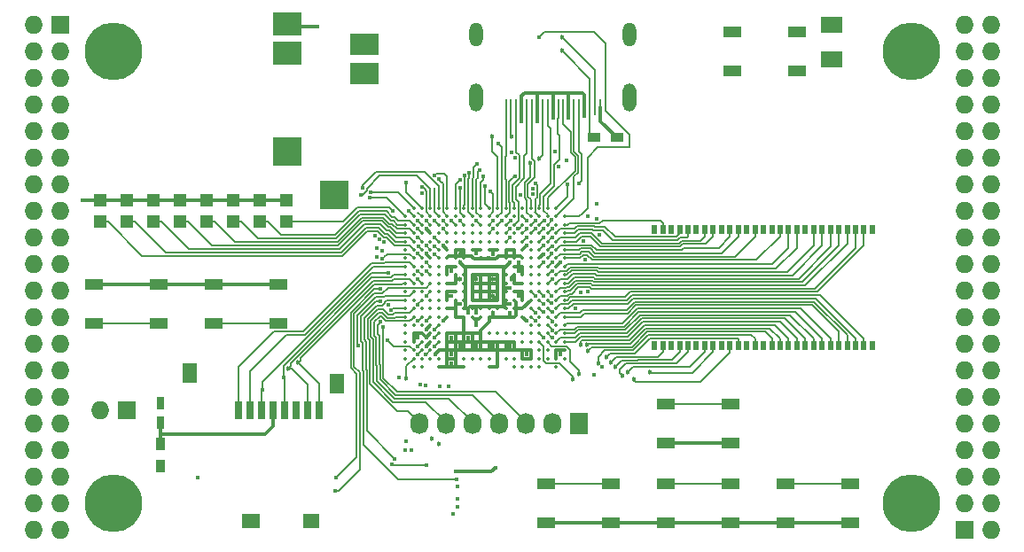
<source format=gtl>
G04 #@! TF.FileFunction,Copper,L1,Top,Signal*
%FSLAX46Y46*%
G04 Gerber Fmt 4.6, Leading zero omitted, Abs format (unit mm)*
G04 Created by KiCad (PCBNEW 4.0.5+dfsg1-4) date Fri May  5 13:46:42 2017*
%MOMM*%
%LPD*%
G01*
G04 APERTURE LIST*
%ADD10C,0.100000*%
%ADD11C,0.350000*%
%ADD12R,2.032000X1.524000*%
%ADD13R,0.700000X1.800000*%
%ADD14R,1.600000X1.400000*%
%ADD15R,1.800000X1.400000*%
%ADD16R,1.400000X1.900000*%
%ADD17R,1.800000X1.100000*%
%ADD18R,1.198880X1.198880*%
%ADD19R,2.800000X2.200000*%
%ADD20R,2.800000X2.800000*%
%ADD21R,2.800000X2.000000*%
%ADD22R,0.560000X0.900000*%
%ADD23O,1.300000X2.700000*%
%ADD24O,1.300000X2.300000*%
%ADD25R,0.250000X1.600000*%
%ADD26R,1.727200X1.727200*%
%ADD27O,1.727200X1.727200*%
%ADD28C,5.500000*%
%ADD29R,1.200000X0.900000*%
%ADD30R,1.727200X2.032000*%
%ADD31O,1.727200X2.032000*%
%ADD32R,0.750000X1.200000*%
%ADD33R,0.900000X1.200000*%
%ADD34C,0.400000*%
%ADD35C,0.454000*%
%ADD36C,0.300000*%
%ADD37C,0.190000*%
%ADD38C,0.200000*%
G04 APERTURE END LIST*
D10*
D11*
X131680000Y-80200000D03*
X132480000Y-80200000D03*
X133280000Y-80200000D03*
X134080000Y-80200000D03*
X134880000Y-80200000D03*
X135680000Y-80200000D03*
X136480000Y-80200000D03*
X137280000Y-80200000D03*
X138080000Y-80200000D03*
X138880000Y-80200000D03*
X139680000Y-80200000D03*
X140480000Y-80200000D03*
X141280000Y-80200000D03*
X142080000Y-80200000D03*
X142880000Y-80200000D03*
X143680000Y-80200000D03*
X144480000Y-80200000D03*
X145280000Y-80200000D03*
X130880000Y-81000000D03*
X131680000Y-81000000D03*
X132480000Y-81000000D03*
X133280000Y-81000000D03*
X134080000Y-81000000D03*
X134880000Y-81000000D03*
X135680000Y-81000000D03*
X136480000Y-81000000D03*
X137280000Y-81000000D03*
X138080000Y-81000000D03*
X138880000Y-81000000D03*
X139680000Y-81000000D03*
X140480000Y-81000000D03*
X141280000Y-81000000D03*
X142080000Y-81000000D03*
X142880000Y-81000000D03*
X143680000Y-81000000D03*
X144480000Y-81000000D03*
X145280000Y-81000000D03*
X146080000Y-81000000D03*
X130880000Y-81800000D03*
X131680000Y-81800000D03*
X132480000Y-81800000D03*
X133280000Y-81800000D03*
X134080000Y-81800000D03*
X134880000Y-81800000D03*
X135680000Y-81800000D03*
X136480000Y-81800000D03*
X137280000Y-81800000D03*
X138080000Y-81800000D03*
X138880000Y-81800000D03*
X139680000Y-81800000D03*
X140480000Y-81800000D03*
X141280000Y-81800000D03*
X142080000Y-81800000D03*
X142880000Y-81800000D03*
X143680000Y-81800000D03*
X144480000Y-81800000D03*
X145280000Y-81800000D03*
X146080000Y-81800000D03*
X130880000Y-82600000D03*
X131680000Y-82600000D03*
X132480000Y-82600000D03*
X133280000Y-82600000D03*
X134080000Y-82600000D03*
X134880000Y-82600000D03*
X135680000Y-82600000D03*
X136480000Y-82600000D03*
X137280000Y-82600000D03*
X138080000Y-82600000D03*
X138880000Y-82600000D03*
X139680000Y-82600000D03*
X140480000Y-82600000D03*
X141280000Y-82600000D03*
X142080000Y-82600000D03*
X142880000Y-82600000D03*
X143680000Y-82600000D03*
X144480000Y-82600000D03*
X145280000Y-82600000D03*
X146080000Y-82600000D03*
X130880000Y-83400000D03*
X131680000Y-83400000D03*
X132480000Y-83400000D03*
X133280000Y-83400000D03*
X134080000Y-83400000D03*
X134880000Y-83400000D03*
X135680000Y-83400000D03*
X136480000Y-83400000D03*
X137280000Y-83400000D03*
X138080000Y-83400000D03*
X138880000Y-83400000D03*
X139680000Y-83400000D03*
X140480000Y-83400000D03*
X141280000Y-83400000D03*
X142080000Y-83400000D03*
X142880000Y-83400000D03*
X143680000Y-83400000D03*
X144480000Y-83400000D03*
X145280000Y-83400000D03*
X146080000Y-83400000D03*
X130880000Y-84200000D03*
X131680000Y-84200000D03*
X132480000Y-84200000D03*
X133280000Y-84200000D03*
X134080000Y-84200000D03*
X134880000Y-84200000D03*
X135680000Y-84200000D03*
X136480000Y-84200000D03*
X137280000Y-84200000D03*
X138080000Y-84200000D03*
X138880000Y-84200000D03*
X139680000Y-84200000D03*
X140480000Y-84200000D03*
X141280000Y-84200000D03*
X142080000Y-84200000D03*
X142880000Y-84200000D03*
X143680000Y-84200000D03*
X144480000Y-84200000D03*
X145280000Y-84200000D03*
X146080000Y-84200000D03*
X130880000Y-85000000D03*
X131680000Y-85000000D03*
X132480000Y-85000000D03*
X133280000Y-85000000D03*
X134080000Y-85000000D03*
X134880000Y-85000000D03*
X135680000Y-85000000D03*
X136480000Y-85000000D03*
X137280000Y-85000000D03*
X138080000Y-85000000D03*
X138880000Y-85000000D03*
X139680000Y-85000000D03*
X140480000Y-85000000D03*
X141280000Y-85000000D03*
X142080000Y-85000000D03*
X142880000Y-85000000D03*
X143680000Y-85000000D03*
X144480000Y-85000000D03*
X145280000Y-85000000D03*
X146080000Y-85000000D03*
X130880000Y-85800000D03*
X131680000Y-85800000D03*
X132480000Y-85800000D03*
X133280000Y-85800000D03*
X134080000Y-85800000D03*
X134880000Y-85800000D03*
X135680000Y-85800000D03*
X136480000Y-85800000D03*
X137280000Y-85800000D03*
X138080000Y-85800000D03*
X138880000Y-85800000D03*
X139680000Y-85800000D03*
X140480000Y-85800000D03*
X141280000Y-85800000D03*
X142080000Y-85800000D03*
X142880000Y-85800000D03*
X143680000Y-85800000D03*
X144480000Y-85800000D03*
X145280000Y-85800000D03*
X146080000Y-85800000D03*
X130880000Y-86600000D03*
X131680000Y-86600000D03*
X132480000Y-86600000D03*
X133280000Y-86600000D03*
X134080000Y-86600000D03*
X134880000Y-86600000D03*
X135680000Y-86600000D03*
X136480000Y-86600000D03*
X137280000Y-86600000D03*
X138080000Y-86600000D03*
X138880000Y-86600000D03*
X139680000Y-86600000D03*
X140480000Y-86600000D03*
X141280000Y-86600000D03*
X142080000Y-86600000D03*
X142880000Y-86600000D03*
X143680000Y-86600000D03*
X144480000Y-86600000D03*
X145280000Y-86600000D03*
X146080000Y-86600000D03*
X130880000Y-87400000D03*
X131680000Y-87400000D03*
X132480000Y-87400000D03*
X133280000Y-87400000D03*
X134080000Y-87400000D03*
X134880000Y-87400000D03*
X135680000Y-87400000D03*
X136480000Y-87400000D03*
X137280000Y-87400000D03*
X138080000Y-87400000D03*
X138880000Y-87400000D03*
X139680000Y-87400000D03*
X140480000Y-87400000D03*
X141280000Y-87400000D03*
X142080000Y-87400000D03*
X142880000Y-87400000D03*
X143680000Y-87400000D03*
X144480000Y-87400000D03*
X145280000Y-87400000D03*
X146080000Y-87400000D03*
X130880000Y-88200000D03*
X131680000Y-88200000D03*
X132480000Y-88200000D03*
X133280000Y-88200000D03*
X134080000Y-88200000D03*
X134880000Y-88200000D03*
X135680000Y-88200000D03*
X136480000Y-88200000D03*
X137280000Y-88200000D03*
X138080000Y-88200000D03*
X138880000Y-88200000D03*
X139680000Y-88200000D03*
X140480000Y-88200000D03*
X141280000Y-88200000D03*
X142080000Y-88200000D03*
X142880000Y-88200000D03*
X143680000Y-88200000D03*
X144480000Y-88200000D03*
X145280000Y-88200000D03*
X146080000Y-88200000D03*
X130880000Y-89000000D03*
X131680000Y-89000000D03*
X132480000Y-89000000D03*
X133280000Y-89000000D03*
X134080000Y-89000000D03*
X134880000Y-89000000D03*
X135680000Y-89000000D03*
X136480000Y-89000000D03*
X137280000Y-89000000D03*
X138080000Y-89000000D03*
X138880000Y-89000000D03*
X139680000Y-89000000D03*
X140480000Y-89000000D03*
X141280000Y-89000000D03*
X142080000Y-89000000D03*
X142880000Y-89000000D03*
X143680000Y-89000000D03*
X144480000Y-89000000D03*
X145280000Y-89000000D03*
X146080000Y-89000000D03*
X130880000Y-89800000D03*
X131680000Y-89800000D03*
X132480000Y-89800000D03*
X133280000Y-89800000D03*
X134080000Y-89800000D03*
X134880000Y-89800000D03*
X135680000Y-89800000D03*
X136480000Y-89800000D03*
X137280000Y-89800000D03*
X138080000Y-89800000D03*
X138880000Y-89800000D03*
X139680000Y-89800000D03*
X140480000Y-89800000D03*
X141280000Y-89800000D03*
X142080000Y-89800000D03*
X142880000Y-89800000D03*
X143680000Y-89800000D03*
X144480000Y-89800000D03*
X145280000Y-89800000D03*
X146080000Y-89800000D03*
X130880000Y-90600000D03*
X131680000Y-90600000D03*
X132480000Y-90600000D03*
X133280000Y-90600000D03*
X134080000Y-90600000D03*
X134880000Y-90600000D03*
X135680000Y-90600000D03*
X136480000Y-90600000D03*
X137280000Y-90600000D03*
X138080000Y-90600000D03*
X138880000Y-90600000D03*
X139680000Y-90600000D03*
X140480000Y-90600000D03*
X141280000Y-90600000D03*
X142080000Y-90600000D03*
X142880000Y-90600000D03*
X143680000Y-90600000D03*
X144480000Y-90600000D03*
X145280000Y-90600000D03*
X146080000Y-90600000D03*
X130880000Y-91400000D03*
X131680000Y-91400000D03*
X132480000Y-91400000D03*
X133280000Y-91400000D03*
X134080000Y-91400000D03*
X142880000Y-91400000D03*
X143680000Y-91400000D03*
X144480000Y-91400000D03*
X145280000Y-91400000D03*
X146080000Y-91400000D03*
X130880000Y-92200000D03*
X131680000Y-92200000D03*
X132480000Y-92200000D03*
X133280000Y-92200000D03*
X134080000Y-92200000D03*
X134880000Y-92200000D03*
X135680000Y-92200000D03*
X136480000Y-92200000D03*
X137280000Y-92200000D03*
X138080000Y-92200000D03*
X138880000Y-92200000D03*
X139680000Y-92200000D03*
X140480000Y-92200000D03*
X141280000Y-92200000D03*
X142080000Y-92200000D03*
X142880000Y-92200000D03*
X143680000Y-92200000D03*
X144480000Y-92200000D03*
X145280000Y-92200000D03*
X146080000Y-92200000D03*
X130880000Y-93000000D03*
X131680000Y-93000000D03*
X132480000Y-93000000D03*
X133280000Y-93000000D03*
X134080000Y-93000000D03*
X134880000Y-93000000D03*
X135680000Y-93000000D03*
X136480000Y-93000000D03*
X137280000Y-93000000D03*
X138080000Y-93000000D03*
X138880000Y-93000000D03*
X139680000Y-93000000D03*
X140480000Y-93000000D03*
X141280000Y-93000000D03*
X142080000Y-93000000D03*
X142880000Y-93000000D03*
X143680000Y-93000000D03*
X144480000Y-93000000D03*
X145280000Y-93000000D03*
X146080000Y-93000000D03*
X130880000Y-93800000D03*
X131680000Y-93800000D03*
X132480000Y-93800000D03*
X133280000Y-93800000D03*
X134080000Y-93800000D03*
X134880000Y-93800000D03*
X135680000Y-93800000D03*
X136480000Y-93800000D03*
X137280000Y-93800000D03*
X138080000Y-93800000D03*
X138880000Y-93800000D03*
X139680000Y-93800000D03*
X140480000Y-93800000D03*
X141280000Y-93800000D03*
X142080000Y-93800000D03*
X142880000Y-93800000D03*
X143680000Y-93800000D03*
X144480000Y-93800000D03*
X145280000Y-93800000D03*
X146080000Y-93800000D03*
X130880000Y-94600000D03*
X131680000Y-94600000D03*
X132480000Y-94600000D03*
X133280000Y-94600000D03*
X134080000Y-94600000D03*
X134880000Y-94600000D03*
X135680000Y-94600000D03*
X136480000Y-94600000D03*
X137280000Y-94600000D03*
X138080000Y-94600000D03*
X138880000Y-94600000D03*
X139680000Y-94600000D03*
X140480000Y-94600000D03*
X141280000Y-94600000D03*
X142080000Y-94600000D03*
X142880000Y-94600000D03*
X143680000Y-94600000D03*
X144480000Y-94600000D03*
X145280000Y-94600000D03*
X146080000Y-94600000D03*
X131680000Y-95400000D03*
X132480000Y-95400000D03*
X134080000Y-95400000D03*
X134880000Y-95400000D03*
X135680000Y-95400000D03*
X136480000Y-95400000D03*
X138880000Y-95400000D03*
X139680000Y-95400000D03*
X141280000Y-95400000D03*
X142080000Y-95400000D03*
X142880000Y-95400000D03*
X143680000Y-95400000D03*
X145280000Y-95400000D03*
D12*
X171570000Y-65992000D03*
X171570000Y-62690000D03*
D13*
X114930000Y-99520000D03*
X116030000Y-99520000D03*
X117130000Y-99520000D03*
X118230000Y-99520000D03*
X119330000Y-99520000D03*
X120430000Y-99520000D03*
X121530000Y-99520000D03*
X122630000Y-99520000D03*
D14*
X121920000Y-110120000D03*
D15*
X116120000Y-110120000D03*
D16*
X124320000Y-96970000D03*
X110270000Y-95970000D03*
D17*
X101160000Y-87510000D03*
X107360000Y-87510000D03*
X101160000Y-91210000D03*
X107360000Y-91210000D03*
X112590000Y-87510000D03*
X118790000Y-87510000D03*
X112590000Y-91210000D03*
X118790000Y-91210000D03*
X161970000Y-102640000D03*
X155770000Y-102640000D03*
X161970000Y-98940000D03*
X155770000Y-98940000D03*
X161970000Y-110260000D03*
X155770000Y-110260000D03*
X161970000Y-106560000D03*
X155770000Y-106560000D03*
X150540000Y-110260000D03*
X144340000Y-110260000D03*
X150540000Y-106560000D03*
X144340000Y-106560000D03*
X173400000Y-110260000D03*
X167200000Y-110260000D03*
X173400000Y-106560000D03*
X167200000Y-106560000D03*
D18*
X119500000Y-81519020D03*
X119500000Y-79420980D03*
X116960000Y-81519020D03*
X116960000Y-79420980D03*
X114420000Y-81519020D03*
X114420000Y-79420980D03*
X111880000Y-81519020D03*
X111880000Y-79420980D03*
X109340000Y-81519020D03*
X109340000Y-79420980D03*
X106800000Y-81519020D03*
X106800000Y-79420980D03*
X104260000Y-81519020D03*
X104260000Y-79420980D03*
X101720000Y-81519020D03*
X101720000Y-79420980D03*
D19*
X119610000Y-62640000D03*
X119610000Y-65440000D03*
D20*
X119610000Y-74840000D03*
X124060000Y-78940000D03*
D21*
X127010000Y-67340000D03*
X127010000Y-64540000D03*
D22*
X175480000Y-82270000D03*
X154680000Y-93330000D03*
X155480000Y-93330000D03*
X156280000Y-93330000D03*
X157080000Y-93330000D03*
X157880000Y-93330000D03*
X158680000Y-93330000D03*
X159480000Y-93330000D03*
X160280000Y-93330000D03*
X161080000Y-93330000D03*
X161880000Y-93330000D03*
X162680000Y-93330000D03*
X163480000Y-93330000D03*
X164280000Y-93330000D03*
X165080000Y-93330000D03*
X165880000Y-93330000D03*
X166680000Y-93330000D03*
X167480000Y-93330000D03*
X168280000Y-93330000D03*
X169080000Y-93330000D03*
X169880000Y-93330000D03*
X170680000Y-93330000D03*
X171480000Y-93330000D03*
X172280000Y-93330000D03*
X173080000Y-93330000D03*
X173880000Y-93330000D03*
X174680000Y-93330000D03*
X175480000Y-93330000D03*
X174680000Y-82270000D03*
X173880000Y-82270000D03*
X173080000Y-82270000D03*
X172280000Y-82270000D03*
X171480000Y-82270000D03*
X170680000Y-82270000D03*
X169880000Y-82270000D03*
X169080000Y-82270000D03*
X168280000Y-82270000D03*
X167480000Y-82270000D03*
X166680000Y-82270000D03*
X165880000Y-82270000D03*
X165080000Y-82270000D03*
X164280000Y-82270000D03*
X163480000Y-82270000D03*
X162680000Y-82270000D03*
X161880000Y-82270000D03*
X161080000Y-82270000D03*
X160280000Y-82270000D03*
X159480000Y-82270000D03*
X158680000Y-82270000D03*
X157880000Y-82270000D03*
X157080000Y-82270000D03*
X156280000Y-82270000D03*
X155480000Y-82270000D03*
X154680000Y-82270000D03*
D23*
X152280000Y-69650000D03*
X137680000Y-69650000D03*
D24*
X137680000Y-63600000D03*
D25*
X140480000Y-70600000D03*
X140980000Y-70600000D03*
X141480000Y-70600000D03*
X141980000Y-70600000D03*
X142480000Y-70600000D03*
X142980000Y-70600000D03*
X143480000Y-70600000D03*
X143980000Y-70600000D03*
X144480000Y-70600000D03*
X144980000Y-70600000D03*
X145480000Y-70600000D03*
X145980000Y-70600000D03*
X146480000Y-70600000D03*
X146980000Y-70600000D03*
X147480000Y-70600000D03*
X147980000Y-70600000D03*
X148480000Y-70600000D03*
X148980000Y-70600000D03*
X149480000Y-70600000D03*
D24*
X152280000Y-63600000D03*
D26*
X97910000Y-62690000D03*
D27*
X95370000Y-62690000D03*
X97910000Y-65230000D03*
X95370000Y-65230000D03*
X97910000Y-67770000D03*
X95370000Y-67770000D03*
X97910000Y-70310000D03*
X95370000Y-70310000D03*
X97910000Y-72850000D03*
X95370000Y-72850000D03*
X97910000Y-75390000D03*
X95370000Y-75390000D03*
X97910000Y-77930000D03*
X95370000Y-77930000D03*
X97910000Y-80470000D03*
X95370000Y-80470000D03*
X97910000Y-83010000D03*
X95370000Y-83010000D03*
X97910000Y-85550000D03*
X95370000Y-85550000D03*
X97910000Y-88090000D03*
X95370000Y-88090000D03*
X97910000Y-90630000D03*
X95370000Y-90630000D03*
X97910000Y-93170000D03*
X95370000Y-93170000D03*
X97910000Y-95710000D03*
X95370000Y-95710000D03*
X97910000Y-98250000D03*
X95370000Y-98250000D03*
X97910000Y-100790000D03*
X95370000Y-100790000D03*
X97910000Y-103330000D03*
X95370000Y-103330000D03*
X97910000Y-105870000D03*
X95370000Y-105870000D03*
X97910000Y-108410000D03*
X95370000Y-108410000D03*
X97910000Y-110950000D03*
X95370000Y-110950000D03*
D26*
X184270000Y-110950000D03*
D27*
X186810000Y-110950000D03*
X184270000Y-108410000D03*
X186810000Y-108410000D03*
X184270000Y-105870000D03*
X186810000Y-105870000D03*
X184270000Y-103330000D03*
X186810000Y-103330000D03*
X184270000Y-100790000D03*
X186810000Y-100790000D03*
X184270000Y-98250000D03*
X186810000Y-98250000D03*
X184270000Y-95710000D03*
X186810000Y-95710000D03*
X184270000Y-93170000D03*
X186810000Y-93170000D03*
X184270000Y-90630000D03*
X186810000Y-90630000D03*
X184270000Y-88090000D03*
X186810000Y-88090000D03*
X184270000Y-85550000D03*
X186810000Y-85550000D03*
X184270000Y-83010000D03*
X186810000Y-83010000D03*
X184270000Y-80470000D03*
X186810000Y-80470000D03*
X184270000Y-77930000D03*
X186810000Y-77930000D03*
X184270000Y-75390000D03*
X186810000Y-75390000D03*
X184270000Y-72850000D03*
X186810000Y-72850000D03*
X184270000Y-70310000D03*
X186810000Y-70310000D03*
X184270000Y-67770000D03*
X186810000Y-67770000D03*
X184270000Y-65230000D03*
X186810000Y-65230000D03*
X184270000Y-62690000D03*
X186810000Y-62690000D03*
D28*
X102990000Y-108410000D03*
X179190000Y-108410000D03*
X179190000Y-65230000D03*
X102990000Y-65230000D03*
D17*
X162120000Y-63380000D03*
X168320000Y-63380000D03*
X162120000Y-67080000D03*
X168320000Y-67080000D03*
D29*
X151080000Y-73485000D03*
X148880000Y-73485000D03*
D26*
X104260000Y-99520000D03*
D27*
X101720000Y-99520000D03*
D30*
X147440000Y-100790000D03*
D31*
X144900000Y-100790000D03*
X142360000Y-100790000D03*
X139820000Y-100790000D03*
X137280000Y-100790000D03*
X134740000Y-100790000D03*
X132200000Y-100790000D03*
D32*
X107480000Y-100750000D03*
X107480000Y-98850000D03*
D33*
X107480000Y-102700000D03*
X107480000Y-104900000D03*
D34*
X145680000Y-85422010D03*
X146474680Y-71591464D03*
X147980000Y-71421198D03*
X144973174Y-71597397D03*
X100017740Y-79439515D03*
X132880424Y-84565132D03*
X133710711Y-94200625D03*
X143480000Y-71900000D03*
X141986140Y-71899854D03*
X144080000Y-84600000D03*
X145680000Y-94200000D03*
X136080000Y-89400000D03*
X140880000Y-90200000D03*
X135280000Y-95000000D03*
X135280000Y-94200000D03*
X142480000Y-94200000D03*
X140880000Y-93400000D03*
X139280000Y-93400000D03*
X137680000Y-93400000D03*
X136080000Y-93400000D03*
X136880000Y-92600000D03*
X135280000Y-92600000D03*
X132880000Y-91800000D03*
X132880000Y-93400000D03*
X132880000Y-82200000D03*
D35*
X139282888Y-90185466D03*
X141042859Y-86994997D03*
X139280000Y-87000000D03*
X136110990Y-86995403D03*
X139280000Y-88600000D03*
X137680000Y-87000000D03*
X136080000Y-84600000D03*
D34*
X149185000Y-79800000D03*
X137665894Y-91402446D03*
X135273306Y-88618602D03*
X139272517Y-84611349D03*
X137680556Y-84534085D03*
X141680000Y-86200000D03*
X135280000Y-86200000D03*
X132880000Y-92600000D03*
X132080000Y-92600000D03*
X141680000Y-88600000D03*
X141680000Y-85400000D03*
X130307011Y-96427632D03*
X140880000Y-89400000D03*
X137680000Y-90172990D03*
X140880000Y-87800000D03*
X140880000Y-85400000D03*
X136880000Y-90200000D03*
D35*
X136080000Y-85400000D03*
D34*
X139280000Y-82200000D03*
X142480000Y-91000000D03*
X142480000Y-83800000D03*
X134480000Y-83800000D03*
X134480000Y-91000000D03*
X135884156Y-106800406D03*
X134989952Y-97239158D03*
X133680000Y-91800000D03*
D35*
X134074414Y-102752225D03*
D34*
X135855186Y-108022639D03*
X134198152Y-97269984D03*
D35*
X133449289Y-102232615D03*
D34*
X133680000Y-92600000D03*
X129563728Y-104680338D03*
X132918584Y-104800000D03*
X135853254Y-108792386D03*
X132849983Y-97161003D03*
X133685668Y-93402482D03*
X132322256Y-97030173D03*
X135471949Y-109409592D03*
X132858000Y-94197073D03*
X130930000Y-102458384D03*
X122480000Y-62900000D03*
D35*
X145851858Y-65189228D03*
X145873729Y-63920849D03*
D34*
X143680000Y-63900000D03*
X140080000Y-81400000D03*
X129300895Y-86421505D03*
X132080000Y-86200000D03*
X117280000Y-97600000D03*
X119260183Y-96350895D03*
D35*
X119709193Y-95550883D03*
X120634035Y-94977604D03*
D34*
X147480000Y-77822010D03*
X146387166Y-77918991D03*
X129500486Y-89949358D03*
X131453853Y-103296209D03*
X144885216Y-91021238D03*
D35*
X149288902Y-95043868D03*
D34*
X144885689Y-90132858D03*
D35*
X150129901Y-94414903D03*
D34*
X144890381Y-83866022D03*
D35*
X152680000Y-96550990D03*
D34*
X144894101Y-83022010D03*
D35*
X154275598Y-95924907D03*
D34*
X144901285Y-86268736D03*
D35*
X152118693Y-95894785D03*
X151619585Y-96228215D03*
D34*
X144888562Y-86993817D03*
D35*
X150902589Y-95397137D03*
D34*
X144877648Y-88622010D03*
X144869421Y-89288847D03*
D35*
X150496552Y-94981555D03*
X148342288Y-93839222D03*
D34*
X144882782Y-91877646D03*
D35*
X147644473Y-93229475D03*
D34*
X144080000Y-92600000D03*
D35*
X148224044Y-93270369D03*
D34*
X144882352Y-92577990D03*
D35*
X130952023Y-96441355D03*
D34*
X129165097Y-92798691D03*
X132080000Y-93400000D03*
X132080000Y-94200000D03*
X128649840Y-85087828D03*
X111080000Y-106000000D03*
X129300093Y-89445563D03*
X132080000Y-89444020D03*
X130839486Y-103354982D03*
X132880000Y-86200000D03*
X129880000Y-104200000D03*
X128480868Y-89100504D03*
X132880000Y-88600000D03*
X135778649Y-106163691D03*
X124253981Y-105982535D03*
X128480531Y-87939482D03*
X132080000Y-87000000D03*
X126419021Y-93309408D03*
X124202418Y-107207639D03*
X139782500Y-74073458D03*
D35*
X139185419Y-73378045D03*
X141029139Y-73391006D03*
X143625670Y-75521246D03*
X142775852Y-75939146D03*
D34*
X135274882Y-81390604D03*
X134480367Y-81390604D03*
X134058357Y-77465303D03*
X133668154Y-77111081D03*
X126773709Y-78308800D03*
X126604386Y-78926444D03*
X127445822Y-79226361D03*
X127566271Y-78713298D03*
X132504562Y-78200000D03*
X132505009Y-78796823D03*
X132884441Y-81391117D03*
X128015079Y-82815439D03*
X132084319Y-83022010D03*
X128394914Y-83180771D03*
X132886504Y-83777990D03*
X128874210Y-83399899D03*
X132117443Y-83866021D03*
X128177048Y-84024868D03*
X132032194Y-84565132D03*
X128656426Y-84243816D03*
X133671942Y-84595200D03*
X128149677Y-84889870D03*
X132875802Y-85421990D03*
D35*
X146880000Y-96600000D03*
X147440156Y-96014538D03*
D34*
X148880000Y-96100000D03*
X143280000Y-91000000D03*
X144082424Y-90132858D03*
X149700826Y-95417640D03*
X147123968Y-89767616D03*
X144035793Y-89397606D03*
X143281824Y-90201951D03*
X144080517Y-85397219D03*
X144886544Y-85385186D03*
X149400006Y-82723643D03*
X144080000Y-83000000D03*
X144885092Y-82177990D03*
X147595986Y-88289581D03*
X144082832Y-88584510D03*
X148280000Y-88177990D03*
X143278026Y-88595030D03*
X149129066Y-81214474D03*
X144076901Y-82186448D03*
X148337768Y-80975785D03*
X144866392Y-81333979D03*
X139280000Y-81400000D03*
X139030990Y-78600803D03*
X138474753Y-78117762D03*
X138291969Y-77164182D03*
X137754556Y-75974186D03*
X137974958Y-76577236D03*
X137680000Y-81400000D03*
X136967862Y-76797850D03*
X136540508Y-77107981D03*
X136123321Y-77473680D03*
X136102010Y-78268593D03*
X136080000Y-81400000D03*
X148063983Y-85114902D03*
X144877691Y-84532933D03*
X147880000Y-83319858D03*
X144080000Y-83800000D03*
X143019945Y-78903038D03*
X142473549Y-82998913D03*
X143086704Y-78380271D03*
X142457990Y-82191394D03*
X145520358Y-76270654D03*
X144146021Y-81374784D03*
X143323210Y-77837480D03*
X146289107Y-75636632D03*
X143302010Y-82194992D03*
X143302010Y-81381735D03*
X145172870Y-74792620D03*
X141853043Y-78968642D03*
X141657990Y-82130345D03*
X142457990Y-81382236D03*
X140924011Y-81375594D03*
X141346021Y-77170289D03*
X141046643Y-74873804D03*
X140864029Y-83041403D03*
X141329877Y-75415642D03*
X140902010Y-82179283D03*
X133680000Y-82977990D03*
X132080000Y-81400000D03*
X132080000Y-82177990D03*
X130976883Y-77755103D03*
X133680000Y-81400000D03*
X133680000Y-83822010D03*
X128751569Y-91548991D03*
X132880000Y-91000000D03*
X128512456Y-91079346D03*
X132077648Y-90977990D03*
X129680000Y-80500000D03*
X131180000Y-80500000D03*
X134480000Y-82200000D03*
X139480000Y-105000000D03*
X135680000Y-105400000D03*
D36*
X145280000Y-85800000D02*
X145657990Y-85422010D01*
X145657990Y-85422010D02*
X145680000Y-85422010D01*
X147980000Y-70600000D02*
X147980000Y-71421198D01*
X146480000Y-70600000D02*
X146474680Y-70605320D01*
X146474680Y-70605320D02*
X146474680Y-71308622D01*
X146474680Y-71308622D02*
X146474680Y-71591464D01*
X144973174Y-71314555D02*
X144973174Y-71597397D01*
X144980000Y-70600000D02*
X144973174Y-70606826D01*
X144973174Y-70606826D02*
X144973174Y-71314555D01*
X100036275Y-79420980D02*
X100017740Y-79439515D01*
X101720000Y-79420980D02*
X100036275Y-79420980D01*
X133280000Y-85000000D02*
X132880424Y-84600424D01*
X132880424Y-84600424D02*
X132880424Y-84565132D01*
X141280000Y-85000000D02*
X141280000Y-84800000D01*
X141280000Y-84200000D02*
X141280000Y-85000000D01*
X140480000Y-84200000D02*
X141280000Y-84200000D01*
X141280000Y-84800000D02*
X141280000Y-84200000D01*
X141905001Y-84825001D02*
X141305001Y-84825001D01*
X141305001Y-84825001D02*
X141280000Y-84800000D01*
X140480000Y-85000000D02*
X140480000Y-84200000D01*
X139680000Y-85000000D02*
X139680000Y-84898347D01*
X139680000Y-84898347D02*
X139753346Y-84825001D01*
X138280000Y-85088351D02*
X138680000Y-85088351D01*
X137463975Y-85088351D02*
X138280000Y-85088351D01*
X138280000Y-85088351D02*
X139489996Y-85088351D01*
X138080000Y-85000000D02*
X138191649Y-85000000D01*
X138191649Y-85000000D02*
X138280000Y-85088351D01*
X138880000Y-85000000D02*
X138768351Y-85000000D01*
X138768351Y-85000000D02*
X138680000Y-85088351D01*
X135680000Y-84200000D02*
X135680000Y-84800000D01*
X135680000Y-84800000D02*
X135680000Y-85000000D01*
X135054999Y-84825001D02*
X135654999Y-84825001D01*
X135654999Y-84825001D02*
X135680000Y-84800000D01*
X136480000Y-85000000D02*
X136480000Y-84200000D01*
X134880000Y-85000000D02*
X135054999Y-84825001D01*
X138880000Y-87400000D02*
X139680000Y-87400000D01*
X138880000Y-88200000D02*
X138880000Y-89000000D01*
X138880000Y-88200000D02*
X139680000Y-88200000D01*
X137280000Y-88200000D02*
X138080000Y-88200000D01*
X141454999Y-89174999D02*
X141280000Y-89000000D01*
X141454999Y-90425001D02*
X141454999Y-89174999D01*
X141280000Y-90600000D02*
X141454999Y-90425001D01*
X134080000Y-93800000D02*
X133710711Y-94169289D01*
X133710711Y-94169289D02*
X133710711Y-94200625D01*
X142280000Y-69200000D02*
X143480000Y-69200000D01*
X143480000Y-69200000D02*
X144980000Y-69200000D01*
X143480000Y-70600000D02*
X143480000Y-69200000D01*
X144980000Y-69200000D02*
X146480000Y-69200000D01*
X144980000Y-70600000D02*
X144980000Y-69200000D01*
X146480000Y-69200000D02*
X147780000Y-69200000D01*
X146480000Y-70600000D02*
X146480000Y-69200000D01*
X147980000Y-69400000D02*
X147980000Y-70600000D01*
X147780000Y-69200000D02*
X147980000Y-69400000D01*
X141980000Y-70600000D02*
X141980000Y-69500000D01*
X141980000Y-69500000D02*
X142280000Y-69200000D01*
X143480000Y-70600000D02*
X143480000Y-71900000D01*
X116960000Y-79420980D02*
X119500000Y-79420980D01*
X114420000Y-79420980D02*
X116960000Y-79420980D01*
X111880000Y-79420980D02*
X114420000Y-79420980D01*
X109340000Y-79420980D02*
X111880000Y-79420980D01*
X106800000Y-79420980D02*
X109340000Y-79420980D01*
X104260000Y-79420980D02*
X106800000Y-79420980D01*
X101720000Y-79420980D02*
X104260000Y-79420980D01*
X141980000Y-71893714D02*
X141986140Y-71899854D01*
X141980000Y-70600000D02*
X141980000Y-71893714D01*
X143680000Y-85000000D02*
X144080000Y-84600000D01*
X142080000Y-89800000D02*
X142880000Y-89000000D01*
X145680000Y-93800000D02*
X145280000Y-93800000D01*
X146080000Y-93800000D02*
X145680000Y-93800000D01*
X145680000Y-93800000D02*
X145680000Y-94200000D01*
X135680000Y-89400000D02*
X135680000Y-89800000D01*
X135680000Y-89000000D02*
X135680000Y-89400000D01*
X135680000Y-89400000D02*
X136080000Y-89400000D01*
X140880000Y-90600000D02*
X141280000Y-90600000D01*
X139280000Y-90600000D02*
X140880000Y-90600000D01*
X140880000Y-90600000D02*
X140880000Y-90200000D01*
X135280000Y-95400000D02*
X135680000Y-95400000D01*
X134880000Y-95400000D02*
X135280000Y-95400000D01*
X135280000Y-95400000D02*
X135280000Y-95000000D01*
X135280000Y-93800000D02*
X135680000Y-93800000D01*
X134880000Y-93800000D02*
X135280000Y-93800000D01*
X135280000Y-93800000D02*
X135280000Y-94200000D01*
X142480000Y-93800000D02*
X142080000Y-93800000D01*
X142880000Y-93800000D02*
X142480000Y-93800000D01*
X142480000Y-93800000D02*
X142480000Y-94200000D01*
X140880000Y-93000000D02*
X141280000Y-93000000D01*
X140480000Y-93000000D02*
X140880000Y-93000000D01*
X140880000Y-93000000D02*
X140880000Y-93400000D01*
X139280000Y-93000000D02*
X138880000Y-93000000D01*
X139680000Y-93000000D02*
X139280000Y-93000000D01*
X139280000Y-93000000D02*
X139280000Y-93400000D01*
X137680000Y-93000000D02*
X137280000Y-93000000D01*
X137680000Y-93000000D02*
X137680000Y-93400000D01*
X138080000Y-93000000D02*
X137680000Y-93000000D01*
X136080000Y-93000000D02*
X135680000Y-93000000D01*
X136480000Y-93000000D02*
X136080000Y-93000000D01*
X136080000Y-93000000D02*
X136080000Y-93400000D01*
X136880000Y-93000000D02*
X136480000Y-93000000D01*
X137280000Y-93000000D02*
X136880000Y-93000000D01*
X136880000Y-93000000D02*
X136880000Y-92600000D01*
X135280000Y-93000000D02*
X135680000Y-93000000D01*
X134880000Y-93000000D02*
X135280000Y-93000000D01*
X135280000Y-93000000D02*
X135280000Y-92600000D01*
X133280000Y-91400000D02*
X132880000Y-91800000D01*
X133280000Y-93000000D02*
X132880000Y-93400000D01*
X133280000Y-82600000D02*
X132880000Y-82200000D01*
X139753346Y-84825001D02*
X141905001Y-84825001D01*
X135054999Y-84825001D02*
X137200625Y-84825001D01*
X137200625Y-84825001D02*
X137463975Y-85088351D01*
X139489996Y-85088351D02*
X139753346Y-84825001D01*
X141905001Y-84825001D02*
X142080000Y-85000000D01*
X139282888Y-90506492D02*
X139282888Y-90185466D01*
X139280000Y-90600000D02*
X139282888Y-90597112D01*
X139282888Y-90597112D02*
X139282888Y-90506492D01*
X141042859Y-86837141D02*
X141042859Y-86994997D01*
X141280000Y-86600000D02*
X141042859Y-86837141D01*
X139680000Y-87000000D02*
X139680000Y-89000000D01*
X139680000Y-86600000D02*
X139680000Y-87000000D01*
X139680000Y-87000000D02*
X139280000Y-87000000D01*
X135684597Y-86995403D02*
X135789964Y-86995403D01*
X135680000Y-87000000D02*
X135684597Y-86995403D01*
X135789964Y-86995403D02*
X136110990Y-86995403D01*
X135680000Y-87000000D02*
X135680000Y-86600000D01*
X135680000Y-87400000D02*
X135680000Y-87000000D01*
X138880000Y-90600000D02*
X138880000Y-91091880D01*
X138880000Y-91091880D02*
X138080000Y-91891880D01*
X138080000Y-91891880D02*
X138080000Y-92200000D01*
X136480000Y-90600000D02*
X136480000Y-92200000D01*
X138880000Y-90600000D02*
X139280000Y-90600000D01*
X139680000Y-89000000D02*
X139280000Y-88600000D01*
X137280000Y-86600000D02*
X137680000Y-87000000D01*
X136480000Y-84200000D02*
X136080000Y-84600000D01*
X141280000Y-86600000D02*
X141280000Y-87400000D01*
X142080000Y-87400000D02*
X141280000Y-87400000D01*
X141280000Y-89800000D02*
X142080000Y-89800000D01*
X135680000Y-84200000D02*
X136480000Y-84200000D01*
X134880000Y-87400000D02*
X135680000Y-87400000D01*
X138880000Y-86600000D02*
X138880000Y-89000000D01*
X138080000Y-86600000D02*
X138080000Y-89000000D01*
X139680000Y-87400000D02*
X137280000Y-87400000D01*
X137280000Y-88200000D02*
X139680000Y-88200000D01*
X137280000Y-86600000D02*
X137280000Y-89000000D01*
X138880000Y-86600000D02*
X139680000Y-86600000D01*
X138080000Y-86600000D02*
X138880000Y-86600000D01*
X137280000Y-86600000D02*
X138080000Y-86600000D01*
X138880000Y-89000000D02*
X139680000Y-89000000D01*
X138080000Y-89000000D02*
X138880000Y-89000000D01*
X137280000Y-89000000D02*
X138080000Y-89000000D01*
X135680000Y-89800000D02*
X134880000Y-89800000D01*
X135680000Y-90600000D02*
X135680000Y-89800000D01*
X135680000Y-90600000D02*
X136480000Y-90600000D01*
X140480000Y-93000000D02*
X139680000Y-93000000D01*
X139680000Y-93800000D02*
X140480000Y-93800000D01*
X139680000Y-93800000D02*
X139680000Y-94600000D01*
X139680000Y-95400000D02*
X139680000Y-94600000D01*
X138880000Y-95400000D02*
X139680000Y-95400000D01*
X135680000Y-95400000D02*
X136480000Y-95400000D01*
X135680000Y-95400000D02*
X135680000Y-94600000D01*
X134880000Y-95400000D02*
X134080000Y-95400000D01*
X134880000Y-94600000D02*
X134880000Y-95400000D01*
X134080000Y-93800000D02*
X134880000Y-93800000D01*
X134880000Y-94600000D02*
X134880000Y-93800000D01*
X135680000Y-94600000D02*
X134880000Y-94600000D01*
X135680000Y-93800000D02*
X135680000Y-94600000D01*
X134880000Y-93000000D02*
X134880000Y-93800000D01*
X134880000Y-92200000D02*
X134880000Y-93000000D01*
X135680000Y-92200000D02*
X134880000Y-92200000D01*
X135680000Y-93800000D02*
X136480000Y-93800000D01*
X135680000Y-93000000D02*
X135680000Y-93800000D01*
X135680000Y-92200000D02*
X135680000Y-93000000D01*
X135680000Y-92200000D02*
X136480000Y-92200000D01*
X136480000Y-92200000D02*
X137280000Y-92200000D01*
X137280000Y-93800000D02*
X137280000Y-93000000D01*
X136480000Y-93800000D02*
X137280000Y-93800000D01*
X136480000Y-93000000D02*
X136480000Y-93800000D01*
X136480000Y-92200000D02*
X136480000Y-93000000D01*
X137280000Y-92200000D02*
X138080000Y-92200000D01*
X137280000Y-93800000D02*
X138080000Y-93800000D01*
X137280000Y-92200000D02*
X137280000Y-93000000D01*
X138080000Y-92200000D02*
X138080000Y-93000000D01*
X138080000Y-93000000D02*
X138880000Y-93000000D01*
X138080000Y-93800000D02*
X138080000Y-93000000D01*
X138880000Y-93800000D02*
X138080000Y-93800000D01*
X138880000Y-93000000D02*
X138880000Y-93800000D01*
X139680000Y-93800000D02*
X139680000Y-93000000D01*
X138880000Y-93800000D02*
X139680000Y-93800000D01*
X140480000Y-93000000D02*
X140480000Y-93800000D01*
X141280000Y-93000000D02*
X141280000Y-93800000D01*
X141280000Y-93800000D02*
X142080000Y-93800000D01*
X140480000Y-93800000D02*
X141280000Y-93800000D01*
X142080000Y-94600000D02*
X142880000Y-94600000D01*
X142080000Y-93800000D02*
X142080000Y-94600000D01*
X142880000Y-94600000D02*
X142880000Y-93800000D01*
X145280000Y-93800000D02*
X145280000Y-94600000D01*
X149480000Y-71885000D02*
X151080000Y-73485000D01*
X149480000Y-70600000D02*
X149480000Y-71885000D01*
X137665894Y-91119604D02*
X137665894Y-91402446D01*
X137665894Y-90814106D02*
X137665894Y-91119604D01*
X137680000Y-90800000D02*
X137665894Y-90814106D01*
X137680000Y-90800000D02*
X137880000Y-90800000D01*
X137480000Y-90800000D02*
X137680000Y-90800000D01*
X137880000Y-90800000D02*
X138080000Y-90600000D01*
X137280000Y-90600000D02*
X137480000Y-90800000D01*
X132880000Y-92600000D02*
X133280000Y-92200000D01*
X132480000Y-92200000D02*
X132880000Y-92600000D01*
X134990464Y-88618602D02*
X135273306Y-88618602D01*
X134898602Y-88618602D02*
X134990464Y-88618602D01*
X134880000Y-88600000D02*
X134898602Y-88618602D01*
X139272517Y-84328507D02*
X139272517Y-84611349D01*
X139272517Y-84207483D02*
X139272517Y-84328507D01*
X139280000Y-84200000D02*
X139272517Y-84207483D01*
X137680556Y-84200556D02*
X137680556Y-84251243D01*
X137680000Y-84200000D02*
X137680556Y-84200556D01*
X137680556Y-84251243D02*
X137680556Y-84534085D01*
X142080000Y-88600000D02*
X142080000Y-89000000D01*
X142080000Y-88200000D02*
X142080000Y-88600000D01*
X141680000Y-85800000D02*
X141680000Y-86200000D01*
X135280000Y-85800000D02*
X135680000Y-85800000D01*
X134880000Y-85800000D02*
X135280000Y-85800000D01*
X135280000Y-85800000D02*
X135280000Y-86200000D01*
X132080000Y-92200000D02*
X132480000Y-92200000D01*
X131680000Y-92200000D02*
X132080000Y-92200000D01*
X132080000Y-92200000D02*
X132080000Y-92600000D01*
X131680000Y-93000000D02*
X131680000Y-92200000D01*
X134880000Y-88600000D02*
X134880000Y-89000000D01*
X134880000Y-88200000D02*
X134880000Y-88600000D01*
X134880000Y-86200000D02*
X134880000Y-86600000D01*
X134880000Y-85800000D02*
X134880000Y-86200000D01*
X141680000Y-88200000D02*
X142080000Y-88200000D01*
X141280000Y-88200000D02*
X141680000Y-88200000D01*
X141680000Y-88200000D02*
X141680000Y-88600000D01*
X141680000Y-85800000D02*
X142080000Y-85800000D01*
X141280000Y-85800000D02*
X141680000Y-85800000D01*
X141680000Y-85800000D02*
X141680000Y-85400000D01*
X139280000Y-84200000D02*
X139680000Y-84200000D01*
X138880000Y-84200000D02*
X139280000Y-84200000D01*
X137680000Y-84200000D02*
X138080000Y-84200000D01*
X137280000Y-84200000D02*
X137680000Y-84200000D01*
X142080000Y-85800000D02*
X142080000Y-86600000D01*
X134880000Y-88200000D02*
X135680000Y-88200000D01*
X137680000Y-89625001D02*
X139680000Y-89625001D01*
X139680000Y-89800000D02*
X139680000Y-89625001D01*
X139680000Y-89625001D02*
X140305001Y-89625001D01*
X140305001Y-89400000D02*
X140305001Y-89000000D01*
X140305001Y-89000000D02*
X140305001Y-88200000D01*
X140480000Y-89000000D02*
X140305001Y-89000000D01*
X140305001Y-88200000D02*
X140305001Y-87800000D01*
X140480000Y-88200000D02*
X140305001Y-88200000D01*
X140305001Y-87800000D02*
X140305001Y-87400000D01*
X140305001Y-87400000D02*
X140305001Y-86600000D01*
X140480000Y-87400000D02*
X140305001Y-87400000D01*
X140305001Y-86600000D02*
X140305001Y-85974999D01*
X140480000Y-86600000D02*
X140305001Y-86600000D01*
X140480000Y-85800000D02*
X139480000Y-85800000D01*
X139480000Y-85800000D02*
X138680000Y-85800000D01*
X139680000Y-85800000D02*
X139480000Y-85800000D01*
X138680000Y-85800000D02*
X137880000Y-85800000D01*
X138880000Y-85800000D02*
X138680000Y-85800000D01*
X137880000Y-85800000D02*
X137080000Y-85800000D01*
X138080000Y-85800000D02*
X137880000Y-85800000D01*
X137080000Y-85800000D02*
X136480000Y-85800000D01*
X137280000Y-85800000D02*
X137080000Y-85800000D01*
X136654999Y-85974999D02*
X136654999Y-86600000D01*
X136654999Y-86600000D02*
X136654999Y-89000000D01*
X136480000Y-86600000D02*
X136654999Y-86600000D01*
X136654999Y-89000000D02*
X136654999Y-89625001D01*
X136480000Y-89000000D02*
X136654999Y-89000000D01*
X140305001Y-89400000D02*
X140880000Y-89400000D01*
X137054999Y-89625001D02*
X137680000Y-89625001D01*
X137680000Y-89625001D02*
X137680000Y-90172990D01*
X136880000Y-89800000D02*
X137054999Y-89625001D01*
X140305001Y-89625001D02*
X140480000Y-89800000D01*
X140305001Y-87800000D02*
X140880000Y-87800000D01*
X140305001Y-89625001D02*
X140305001Y-89400000D01*
X140480000Y-85800000D02*
X140880000Y-85400000D01*
X136480000Y-89800000D02*
X136880000Y-89800000D01*
X136880000Y-89800000D02*
X136880000Y-90200000D01*
X136480000Y-85800000D02*
X136080000Y-85400000D01*
X140305001Y-85974999D02*
X140480000Y-85800000D01*
X136480000Y-85800000D02*
X136654999Y-85974999D01*
X136654999Y-89625001D02*
X136480000Y-89800000D01*
D37*
X155770000Y-106560000D02*
X161970000Y-106560000D01*
X101160000Y-91210000D02*
X107360000Y-91210000D01*
X112590000Y-91210000D02*
X118790000Y-91210000D01*
X144340000Y-106560000D02*
X150540000Y-106560000D01*
X167200000Y-106560000D02*
X173400000Y-106560000D01*
X155770000Y-98940000D02*
X161970000Y-98940000D01*
X138880000Y-82600000D02*
X139280000Y-82200000D01*
D36*
X142080000Y-90600000D02*
X142480000Y-91000000D01*
X142254999Y-84025001D02*
X142480000Y-83800000D01*
X142080000Y-84200000D02*
X142254999Y-84025001D01*
X134880000Y-84200000D02*
X134480000Y-83800000D01*
X134880000Y-90600000D02*
X134480000Y-91000000D01*
D37*
X134080000Y-91400000D02*
X133680000Y-91800000D01*
X134080000Y-92200000D02*
X133680000Y-92600000D01*
X132918584Y-104800000D02*
X129683390Y-104800000D01*
X129683390Y-104800000D02*
X129563728Y-104680338D01*
X133685668Y-93394332D02*
X133685668Y-93402482D01*
X134080000Y-93000000D02*
X133685668Y-93394332D01*
X133280000Y-93800000D02*
X132882927Y-94197073D01*
X132882927Y-94197073D02*
X132858000Y-94197073D01*
D36*
X122480000Y-62900000D02*
X119870000Y-62900000D01*
X119870000Y-62900000D02*
X119610000Y-62640000D01*
D37*
X146078857Y-65416227D02*
X145851858Y-65189228D01*
X148480000Y-67817370D02*
X146078857Y-65416227D01*
X148480000Y-70600000D02*
X148480000Y-67817370D01*
X148480000Y-70600000D02*
X148480000Y-73085000D01*
X148480000Y-73085000D02*
X148880000Y-73485000D01*
X146100728Y-64147848D02*
X145873729Y-63920849D01*
X148980000Y-67027120D02*
X146100728Y-64147848D01*
X148980000Y-70600000D02*
X148980000Y-67027120D01*
X144180000Y-63400000D02*
X143680000Y-63900000D01*
X148880000Y-63400000D02*
X144180000Y-63400000D01*
X149980000Y-64500000D02*
X148880000Y-63400000D01*
X149980000Y-70935398D02*
X149980000Y-64500000D01*
X152280000Y-73235398D02*
X149980000Y-70935398D01*
X152280000Y-74400000D02*
X152280000Y-73235398D01*
X149280000Y-74400000D02*
X152280000Y-74400000D01*
X148280000Y-75400000D02*
X149280000Y-74400000D01*
X148280000Y-80200000D02*
X148280000Y-75400000D01*
X147780000Y-80700000D02*
X148280000Y-80200000D01*
X147480000Y-81000000D02*
X147780000Y-80700000D01*
X146080000Y-81000000D02*
X147480000Y-81000000D01*
X139680000Y-81800000D02*
X140080000Y-81400000D01*
D36*
X155770000Y-102640000D02*
X161970000Y-102640000D01*
X167200000Y-110260000D02*
X173400000Y-110260000D01*
X161970000Y-110260000D02*
X167200000Y-110260000D01*
X155770000Y-110260000D02*
X161970000Y-110260000D01*
X150540000Y-110260000D02*
X155770000Y-110260000D01*
X144340000Y-110260000D02*
X150540000Y-110260000D01*
X112590000Y-87510000D02*
X118790000Y-87510000D01*
X107360000Y-87510000D02*
X112590000Y-87510000D01*
X101160000Y-87510000D02*
X107360000Y-87510000D01*
D37*
X129018053Y-86421505D02*
X129300895Y-86421505D01*
X117280000Y-96778472D02*
X127636966Y-86421505D01*
X117280000Y-97600000D02*
X117280000Y-96778472D01*
X127636966Y-86421505D02*
X129018053Y-86421505D01*
X132480000Y-86600000D02*
X132080000Y-86200000D01*
X117130000Y-99520000D02*
X117130000Y-97750000D01*
X117130000Y-97750000D02*
X117280000Y-97600000D01*
X130632513Y-86600000D02*
X130880000Y-86600000D01*
X127668283Y-86843506D02*
X129503456Y-86843506D01*
X119260183Y-95251606D02*
X127668283Y-86843506D01*
X119260183Y-96350895D02*
X119260183Y-95251606D01*
X129503456Y-86843506D02*
X129746962Y-86600000D01*
X129746962Y-86600000D02*
X130632513Y-86600000D01*
X119330000Y-96420712D02*
X119260183Y-96350895D01*
X119330000Y-99520000D02*
X119330000Y-96420712D01*
X119936192Y-95323884D02*
X119709193Y-95550883D01*
X131680000Y-87400000D02*
X131280000Y-87000000D01*
X131280000Y-87000000D02*
X129795283Y-87000000D01*
X129795283Y-87000000D02*
X129632848Y-87162435D01*
X129632848Y-87162435D02*
X127797674Y-87162435D01*
X127797674Y-87162435D02*
X119936192Y-95023918D01*
X119936192Y-95023918D02*
X119936192Y-95323884D01*
X121530000Y-99520000D02*
X121530000Y-97050664D01*
X120030219Y-95550883D02*
X119709193Y-95550883D01*
X121530000Y-97050664D02*
X120030219Y-95550883D01*
X130553067Y-87479446D02*
X127928984Y-87479446D01*
X127928984Y-87479446D02*
X120861034Y-94547396D01*
X120861034Y-94750605D02*
X120634035Y-94977604D01*
X130632513Y-87400000D02*
X130553067Y-87479446D01*
X130880000Y-87400000D02*
X130632513Y-87400000D01*
X120861034Y-94547396D02*
X120861034Y-94750605D01*
X122630000Y-99520000D02*
X122630000Y-96973569D01*
X122630000Y-96973569D02*
X120861034Y-95204603D01*
X120861034Y-95204603D02*
X120634035Y-94977604D01*
X147679999Y-77622011D02*
X147480000Y-77822010D01*
X147719011Y-77582999D02*
X147679999Y-77622011D01*
X147719011Y-75057137D02*
X147719011Y-77582999D01*
X147480000Y-74818127D02*
X147719011Y-75057137D01*
X147480000Y-70600000D02*
X147480000Y-74818127D01*
X146387166Y-78201833D02*
X146387166Y-77918991D01*
X145280000Y-80200000D02*
X146387166Y-79092834D01*
X146387166Y-79092834D02*
X146387166Y-78201833D01*
X129649844Y-89800000D02*
X129500486Y-89949358D01*
X130880000Y-89800000D02*
X129649844Y-89800000D01*
X145280000Y-86600000D02*
X145682999Y-86197001D01*
X149417266Y-86000768D02*
X166279232Y-86000768D01*
X146245505Y-86197001D02*
X146588583Y-85853923D01*
X146588583Y-85853923D02*
X149270421Y-85853923D01*
X145682999Y-86197001D02*
X146245505Y-86197001D01*
X168280000Y-84000000D02*
X168280000Y-82910000D01*
X149270421Y-85853923D02*
X149417266Y-86000768D01*
X166279232Y-86000768D02*
X168280000Y-84000000D01*
X168280000Y-82910000D02*
X168280000Y-82270000D01*
X146225446Y-87800000D02*
X146264886Y-87760560D01*
X146500286Y-87760560D02*
X147138879Y-87121967D01*
X168811188Y-87268812D02*
X172280000Y-83800000D01*
X148745181Y-87121967D02*
X148892026Y-87268812D01*
X146264886Y-87760560D02*
X146500286Y-87760560D01*
X145680000Y-87800000D02*
X146225446Y-87800000D01*
X148892026Y-87268812D02*
X168811188Y-87268812D01*
X145280000Y-88200000D02*
X145680000Y-87800000D01*
X172280000Y-83800000D02*
X172280000Y-82910000D01*
X147138879Y-87121967D02*
X148745181Y-87121967D01*
X172280000Y-82910000D02*
X172280000Y-82270000D01*
X155250000Y-81400000D02*
X149711770Y-81400000D01*
X146497674Y-81629813D02*
X146327487Y-81800000D01*
X149054325Y-81629813D02*
X146497674Y-81629813D01*
X149711770Y-81400000D02*
X149444150Y-81667620D01*
X155480000Y-81630000D02*
X155250000Y-81400000D01*
X149444150Y-81667620D02*
X149092132Y-81667620D01*
X155480000Y-82270000D02*
X155480000Y-81630000D01*
X149092132Y-81667620D02*
X149054325Y-81629813D01*
X146327487Y-81800000D02*
X146080000Y-81800000D01*
X147011719Y-91800000D02*
X147273217Y-91538501D01*
X145680000Y-91800000D02*
X147011719Y-91800000D01*
X147273217Y-91538501D02*
X151755329Y-91538501D01*
X151755329Y-91538501D02*
X153171919Y-90121911D01*
X170680000Y-92690000D02*
X170680000Y-93330000D01*
X168111911Y-90121911D02*
X170680000Y-92690000D01*
X153171919Y-90121911D02*
X168111911Y-90121911D01*
X145280000Y-92200000D02*
X145680000Y-91800000D01*
X144480000Y-90600000D02*
X144885216Y-91005216D01*
X144885216Y-91005216D02*
X144885216Y-91021238D01*
X149288902Y-94722842D02*
X149288902Y-95043868D01*
X164280000Y-93330000D02*
X164280000Y-92690000D01*
X164280000Y-92690000D02*
X163930988Y-92340988D01*
X163930988Y-92340988D02*
X154091089Y-92340988D01*
X154091089Y-92340988D02*
X152637963Y-93794114D01*
X152637963Y-93794114D02*
X149958951Y-93794114D01*
X149958951Y-93794114D02*
X149288902Y-94464163D01*
X149288902Y-94464163D02*
X149288902Y-94722842D01*
X146631596Y-88077571D02*
X147270189Y-87438978D01*
X148760716Y-87585823D02*
X169094177Y-87585823D01*
X173080000Y-82910000D02*
X173080000Y-82270000D01*
X147270189Y-87438978D02*
X148613871Y-87438978D01*
X146396196Y-88077571D02*
X146631596Y-88077571D01*
X173080000Y-83600000D02*
X173080000Y-82910000D01*
X146273767Y-88200000D02*
X146396196Y-88077571D01*
X146080000Y-88200000D02*
X146273767Y-88200000D01*
X148613871Y-87438978D02*
X148760716Y-87585823D01*
X169094177Y-87585823D02*
X173080000Y-83600000D01*
X146080000Y-85800000D02*
X146343088Y-85536912D01*
X146343088Y-85536912D02*
X165943088Y-85536912D01*
X165943088Y-85536912D02*
X167480000Y-84000000D01*
X167480000Y-84000000D02*
X167480000Y-82910000D01*
X167480000Y-82910000D02*
X167480000Y-82270000D01*
X157880000Y-82910000D02*
X157880000Y-82270000D01*
X157776132Y-83013868D02*
X157880000Y-82910000D01*
X157114055Y-83013868D02*
X157776132Y-83013868D01*
X149757513Y-82301642D02*
X150714883Y-83259012D01*
X148829512Y-82301642D02*
X149757513Y-82301642D01*
X148791705Y-82263835D02*
X148829512Y-82301642D01*
X147414819Y-82263835D02*
X148791705Y-82263835D01*
X146080000Y-82600000D02*
X147078655Y-82600000D01*
X147078655Y-82600000D02*
X147414819Y-82263835D01*
X156868911Y-83259012D02*
X157114055Y-83013868D01*
X150714883Y-83259012D02*
X156868911Y-83259012D01*
X147404527Y-91855512D02*
X151886639Y-91855512D01*
X169880000Y-92690000D02*
X169880000Y-93330000D01*
X146080000Y-92200000D02*
X147060040Y-92200000D01*
X167628922Y-90438922D02*
X169880000Y-92690000D01*
X153303229Y-90438922D02*
X167628922Y-90438922D01*
X151886639Y-91855512D02*
X153303229Y-90438922D01*
X147060040Y-92200000D02*
X147404527Y-91855512D01*
X144812858Y-90132858D02*
X144885689Y-90132858D01*
X144480000Y-89800000D02*
X144812858Y-90132858D01*
X162647999Y-92657999D02*
X154222399Y-92657999D01*
X162680000Y-93330000D02*
X162680000Y-92690000D01*
X150433679Y-94111125D02*
X150356900Y-94187904D01*
X154222399Y-92657999D02*
X152769273Y-94111125D01*
X152769273Y-94111125D02*
X150433679Y-94111125D01*
X162680000Y-92690000D02*
X162647999Y-92657999D01*
X150356900Y-94187904D02*
X150129901Y-94414903D01*
X146322088Y-88600000D02*
X146527506Y-88394582D01*
X146762906Y-88394582D02*
X147401499Y-87755989D01*
X173880000Y-82910000D02*
X173880000Y-82270000D01*
X145280000Y-89000000D02*
X145680000Y-88600000D01*
X145680000Y-88600000D02*
X146322088Y-88600000D01*
X173880000Y-84000000D02*
X173880000Y-82910000D01*
X146527506Y-88394582D02*
X146762906Y-88394582D01*
X148482561Y-87755989D02*
X148629406Y-87902834D01*
X169977166Y-87902834D02*
X173880000Y-84000000D01*
X148629406Y-87902834D02*
X169977166Y-87902834D01*
X147401499Y-87755989D02*
X148482561Y-87755989D01*
X148960822Y-81984631D02*
X148923015Y-81946824D01*
X147027335Y-82202999D02*
X145677001Y-82202999D01*
X150896246Y-82942001D02*
X149938876Y-81984631D01*
X147283509Y-81946824D02*
X147027335Y-82202999D01*
X149938876Y-81984631D02*
X148960822Y-81984631D01*
X157080000Y-82270000D02*
X157080000Y-82599602D01*
X148923015Y-81946824D02*
X147283509Y-81946824D01*
X145677001Y-82202999D02*
X145454999Y-82425001D01*
X157080000Y-82599602D02*
X156737601Y-82942001D01*
X145454999Y-82425001D02*
X145280000Y-82600000D01*
X156737601Y-82942001D02*
X150896246Y-82942001D01*
X146080000Y-86600000D02*
X146315883Y-86600000D01*
X146315883Y-86600000D02*
X146744949Y-86170934D01*
X146744949Y-86170934D02*
X149139111Y-86170934D01*
X149139111Y-86170934D02*
X149285956Y-86317779D01*
X149285956Y-86317779D02*
X167325277Y-86317779D01*
X167325277Y-86317779D02*
X169880000Y-83763056D01*
X169880000Y-83763056D02*
X169880000Y-82270000D01*
X149655571Y-83576023D02*
X157000221Y-83576023D01*
X145280000Y-83400000D02*
X145682999Y-82997001D01*
X147546129Y-82580846D02*
X148660395Y-82580846D01*
X147129974Y-82997001D02*
X147546129Y-82580846D01*
X145682999Y-82997001D02*
X147129974Y-82997001D01*
X148660395Y-82580846D02*
X149655571Y-83576023D01*
X157000221Y-83576023D02*
X157245365Y-83330879D01*
X157245365Y-83330879D02*
X159059121Y-83330879D01*
X159059121Y-83330879D02*
X159480000Y-82910000D01*
X159480000Y-82910000D02*
X159480000Y-82270000D01*
D38*
X144480000Y-84200000D02*
X144813978Y-83866022D01*
X144813978Y-83866022D02*
X144890381Y-83866022D01*
X152906999Y-96777989D02*
X152680000Y-96550990D01*
X159082011Y-96777989D02*
X152906999Y-96777989D01*
X161880000Y-93330000D02*
X161880000Y-93980000D01*
X161880000Y-93980000D02*
X159082011Y-96777989D01*
D37*
X174680000Y-82910000D02*
X174680000Y-82270000D01*
X146658825Y-88711585D02*
X151892319Y-88711585D01*
X174680000Y-83800000D02*
X174680000Y-82910000D01*
X170260155Y-88219845D02*
X174680000Y-83800000D01*
X152384059Y-88219845D02*
X170260155Y-88219845D01*
X151892319Y-88711585D02*
X152384059Y-88219845D01*
X146370410Y-89000000D02*
X146658825Y-88711585D01*
X146080000Y-89000000D02*
X146370410Y-89000000D01*
X146080000Y-91400000D02*
X146258510Y-91221490D01*
X171480000Y-92690000D02*
X171480000Y-93330000D01*
X146258510Y-91221490D02*
X151624019Y-91221490D01*
X151624019Y-91221490D02*
X153040609Y-89804900D01*
X153040609Y-89804900D02*
X168594900Y-89804900D01*
X168594900Y-89804900D02*
X171480000Y-92690000D01*
X146080000Y-83400000D02*
X147175296Y-83400000D01*
X160280000Y-82910000D02*
X160280000Y-82270000D01*
X147175296Y-83400000D02*
X147677439Y-82897857D01*
X159542110Y-83647890D02*
X160280000Y-82910000D01*
X147677439Y-82897857D02*
X148529084Y-82897857D01*
X148529084Y-82897857D02*
X149524261Y-83893034D01*
X149524261Y-83893034D02*
X157131531Y-83893034D01*
X157131531Y-83893034D02*
X157376675Y-83647890D01*
X157376675Y-83647890D02*
X159542110Y-83647890D01*
X174680000Y-92690000D02*
X174680000Y-93330000D01*
X170526856Y-88536856D02*
X174680000Y-92690000D01*
X152515369Y-88536856D02*
X170526856Y-88536856D01*
X145280000Y-89800000D02*
X145680000Y-89400000D01*
X145680000Y-89400000D02*
X146418730Y-89400000D01*
X146418730Y-89400000D02*
X146790134Y-89028596D01*
X152023629Y-89028596D02*
X152515369Y-88536856D01*
X146790134Y-89028596D02*
X152023629Y-89028596D01*
D38*
X144480000Y-83400000D02*
X144857990Y-83022010D01*
X144857990Y-83022010D02*
X144894101Y-83022010D01*
D37*
X160280000Y-93330000D02*
X160280000Y-93970000D01*
X160280000Y-93970000D02*
X158317822Y-95932178D01*
X158317822Y-95932178D02*
X154282869Y-95932178D01*
X154282869Y-95932178D02*
X154275598Y-95924907D01*
X145280000Y-84200000D02*
X145677439Y-83802561D01*
X145677439Y-83802561D02*
X147406799Y-83802561D01*
X147406799Y-83802561D02*
X147467492Y-83741868D01*
X147467492Y-83741868D02*
X148660474Y-83741868D01*
X148660474Y-83741868D02*
X149128651Y-84210045D01*
X149128651Y-84210045D02*
X157262841Y-84210045D01*
X157262841Y-84210045D02*
X157484637Y-83988249D01*
X157484637Y-83988249D02*
X160801751Y-83988249D01*
X161880000Y-82910000D02*
X161880000Y-82270000D01*
X160801751Y-83988249D02*
X161880000Y-82910000D01*
X146080000Y-84200000D02*
X147457681Y-84200000D01*
X162680000Y-82910000D02*
X162680000Y-82270000D01*
X147457681Y-84200000D02*
X147598802Y-84058879D01*
X147598802Y-84058879D02*
X148529164Y-84058879D01*
X148529164Y-84058879D02*
X148997341Y-84527056D01*
X148997341Y-84527056D02*
X161062944Y-84527056D01*
X161062944Y-84527056D02*
X162680000Y-82910000D01*
X167845210Y-86634790D02*
X170680000Y-83800000D01*
X149007801Y-86487945D02*
X149154646Y-86634790D01*
X170680000Y-82910000D02*
X170680000Y-82270000D01*
X170680000Y-83800000D02*
X170680000Y-82910000D01*
X149154646Y-86634790D02*
X167845210Y-86634790D01*
X146876259Y-86487945D02*
X149007801Y-86487945D01*
X145280000Y-87400000D02*
X145680000Y-87000000D01*
X145680000Y-87000000D02*
X146364204Y-87000000D01*
X146364204Y-87000000D02*
X146876259Y-86487945D01*
X144811264Y-86268736D02*
X144901285Y-86268736D01*
X144480000Y-86600000D02*
X144811264Y-86268736D01*
X152631889Y-95381589D02*
X152345692Y-95667786D01*
X158068411Y-95381589D02*
X152631889Y-95381589D01*
X159480000Y-93330000D02*
X159480000Y-93970000D01*
X159480000Y-93970000D02*
X158068411Y-95381589D01*
X152345692Y-95667786D02*
X152118693Y-95894785D01*
X145280000Y-85000000D02*
X145682999Y-84597001D01*
X145682999Y-84597001D02*
X147509001Y-84597001D01*
X147509001Y-84597001D02*
X147730112Y-84375890D01*
X147730112Y-84375890D02*
X148397854Y-84375890D01*
X148397854Y-84375890D02*
X148866031Y-84844067D01*
X148866031Y-84844067D02*
X162345933Y-84844067D01*
X162345933Y-84844067D02*
X164280000Y-82910000D01*
X164280000Y-82910000D02*
X164280000Y-82270000D01*
X146080000Y-87400000D02*
X146412525Y-87400000D01*
X168420465Y-86951801D02*
X171480000Y-83892266D01*
X149023336Y-86951801D02*
X168420465Y-86951801D01*
X171480000Y-82910000D02*
X171480000Y-82270000D01*
X148876491Y-86804956D02*
X149023336Y-86951801D01*
X171480000Y-83892266D02*
X171480000Y-82910000D01*
X147007569Y-86804956D02*
X148876491Y-86804956D01*
X146412525Y-87400000D02*
X147007569Y-86804956D01*
X146080000Y-89800000D02*
X146467051Y-89800000D01*
X146467051Y-89800000D02*
X146921444Y-89345607D01*
X170043867Y-88853867D02*
X173880000Y-92690000D01*
X152646679Y-88853867D02*
X170043867Y-88853867D01*
X152154939Y-89345607D02*
X152646679Y-88853867D01*
X146921444Y-89345607D02*
X152154939Y-89345607D01*
X173880000Y-92690000D02*
X173880000Y-93330000D01*
X145280000Y-90600000D02*
X145682999Y-90197001D01*
X145682999Y-90197001D02*
X147584467Y-90197001D01*
X147584467Y-90197001D02*
X147830316Y-89951152D01*
X147830316Y-89951152D02*
X151997715Y-89951152D01*
X151997715Y-89951152D02*
X152777989Y-89170878D01*
X152777989Y-89170878D02*
X169899199Y-89170878D01*
X169899199Y-89170878D02*
X173080000Y-92351680D01*
X173080000Y-92351680D02*
X173080000Y-92690000D01*
X173080000Y-92690000D02*
X173080000Y-93330000D01*
X146080000Y-90600000D02*
X147648812Y-90600000D01*
X147648812Y-90600000D02*
X147980649Y-90268163D01*
X147980649Y-90268163D02*
X152129025Y-90268163D01*
X152909299Y-89487889D02*
X169767889Y-89487889D01*
X152129025Y-90268163D02*
X152909299Y-89487889D01*
X169767889Y-89487889D02*
X172280000Y-92000000D01*
X172280000Y-92000000D02*
X172280000Y-92690000D01*
X172280000Y-92690000D02*
X172280000Y-93330000D01*
X157880000Y-93970000D02*
X156801087Y-95048913D01*
X157880000Y-93330000D02*
X157880000Y-93970000D01*
X151943147Y-95062158D02*
X151392586Y-95612719D01*
X156801087Y-95048913D02*
X153176448Y-95048913D01*
X153176448Y-95048913D02*
X153163203Y-95062158D01*
X151392586Y-95612719D02*
X151392586Y-96001216D01*
X153163203Y-95062158D02*
X151943147Y-95062158D01*
X151392586Y-96001216D02*
X151619585Y-96228215D01*
X144886183Y-86993817D02*
X144888562Y-86993817D01*
X144480000Y-87400000D02*
X144886183Y-86993817D01*
X151129588Y-95170138D02*
X150902589Y-95397137D01*
X153045138Y-94731902D02*
X153031893Y-94745147D01*
X156318098Y-94731902D02*
X153045138Y-94731902D01*
X157080000Y-93330000D02*
X157080000Y-93970000D01*
X153031893Y-94745147D02*
X151554579Y-94745147D01*
X151554579Y-94745147D02*
X151129588Y-95170138D01*
X157080000Y-93970000D02*
X156318098Y-94731902D01*
X144877648Y-88597648D02*
X144877648Y-88622010D01*
X144480000Y-88200000D02*
X144877648Y-88597648D01*
X144768847Y-89288847D02*
X144869421Y-89288847D01*
X144480000Y-89000000D02*
X144768847Y-89288847D01*
X155480000Y-93970000D02*
X155038334Y-94411666D01*
X155480000Y-93330000D02*
X155480000Y-93970000D01*
X155038334Y-94411666D02*
X152917053Y-94411666D01*
X152917053Y-94411666D02*
X152900583Y-94428136D01*
X152900583Y-94428136D02*
X151049971Y-94428136D01*
X150723551Y-94754556D02*
X150496552Y-94981555D01*
X151049971Y-94428136D02*
X150723551Y-94754556D01*
X148569287Y-93612223D02*
X148342288Y-93839222D01*
X152506653Y-93477103D02*
X148704407Y-93477103D01*
X153959779Y-92023977D02*
X152506653Y-93477103D01*
X165880000Y-92690000D02*
X165213977Y-92023977D01*
X165880000Y-93330000D02*
X165880000Y-92690000D01*
X148704407Y-93477103D02*
X148569287Y-93612223D01*
X165213977Y-92023977D02*
X153959779Y-92023977D01*
X144882782Y-91802782D02*
X144882782Y-91877646D01*
X144480000Y-91400000D02*
X144882782Y-91802782D01*
X153434539Y-90755933D02*
X167145933Y-90755933D01*
X167145933Y-90755933D02*
X169080000Y-92690000D01*
X152017949Y-92172523D02*
X153434539Y-90755933D01*
X169080000Y-92690000D02*
X169080000Y-93330000D01*
X147108360Y-92600000D02*
X147535837Y-92172523D01*
X145680000Y-92600000D02*
X147108360Y-92600000D01*
X147535837Y-92172523D02*
X152017949Y-92172523D01*
X145280000Y-93000000D02*
X145680000Y-92600000D01*
X147667147Y-92489534D02*
X152149259Y-92489534D01*
X152149259Y-92489534D02*
X153565849Y-91072944D01*
X166662944Y-91072944D02*
X168280000Y-92690000D01*
X147156681Y-93000000D02*
X147667147Y-92489534D01*
X146080000Y-93000000D02*
X147156681Y-93000000D01*
X153565849Y-91072944D02*
X166662944Y-91072944D01*
X168280000Y-92690000D02*
X168280000Y-93330000D01*
X146080000Y-85000000D02*
X147554323Y-85000000D01*
X147554323Y-85000000D02*
X147861422Y-84692901D01*
X147861422Y-84692901D02*
X148266544Y-84692901D01*
X148266544Y-84692901D02*
X148734721Y-85161078D01*
X166680000Y-82910000D02*
X166680000Y-82270000D01*
X148734721Y-85161078D02*
X164428922Y-85161078D01*
X164428922Y-85161078D02*
X166680000Y-82910000D01*
X147798457Y-92806545D02*
X147644473Y-92960529D01*
X167480000Y-92690000D02*
X166179955Y-91389955D01*
X152280569Y-92806545D02*
X147798457Y-92806545D01*
X147644473Y-92960529D02*
X147644473Y-93229475D01*
X153697159Y-91389955D02*
X152280569Y-92806545D01*
X166179955Y-91389955D02*
X153697159Y-91389955D01*
X167480000Y-93330000D02*
X167480000Y-92690000D01*
X143680000Y-92200000D02*
X144080000Y-92600000D01*
X165696966Y-91706966D02*
X153828469Y-91706966D01*
X152375343Y-93160092D02*
X148334321Y-93160092D01*
X148334321Y-93160092D02*
X148224044Y-93270369D01*
X166680000Y-93330000D02*
X166680000Y-92690000D01*
X153828469Y-91706966D02*
X152375343Y-93160092D01*
X166680000Y-92690000D02*
X165696966Y-91706966D01*
X144857990Y-92577990D02*
X144882352Y-92577990D01*
X144480000Y-92200000D02*
X144857990Y-92577990D01*
X130952023Y-95327977D02*
X130952023Y-96120329D01*
X131680000Y-94600000D02*
X130952023Y-95327977D01*
X130952023Y-96120329D02*
X130952023Y-96441355D01*
X129365096Y-92998690D02*
X129165097Y-92798691D01*
X129766406Y-93400000D02*
X129365096Y-92998690D01*
X131280000Y-93400000D02*
X129766406Y-93400000D01*
X131680000Y-93800000D02*
X131280000Y-93400000D01*
X132080000Y-93400000D02*
X132480000Y-93000000D01*
X132480000Y-93800000D02*
X132080000Y-94200000D01*
X135054253Y-98411853D02*
X129833538Y-98411853D01*
X129965667Y-91005381D02*
X129973961Y-90997087D01*
X129973961Y-90997087D02*
X131282913Y-90997087D01*
X128109066Y-92581604D02*
X127909066Y-92381605D01*
X128140528Y-96718843D02*
X128140528Y-95251000D01*
X128563795Y-90533871D02*
X129035305Y-91005381D01*
X127909066Y-92381605D02*
X127909066Y-91085923D01*
X137280000Y-100790000D02*
X137280000Y-100637600D01*
X127909066Y-91085923D02*
X128461118Y-90533871D01*
X129833538Y-98411853D02*
X128140528Y-96718843D01*
X129035305Y-91005381D02*
X129965667Y-91005381D01*
X128109067Y-95219539D02*
X128109066Y-92581604D01*
X137280000Y-100637600D02*
X135054253Y-98411853D01*
X128140528Y-95251000D02*
X128109067Y-95219539D01*
X128461118Y-90533871D02*
X128563795Y-90533871D01*
X131282913Y-90997087D02*
X131505001Y-90774999D01*
X131505001Y-90774999D02*
X131680000Y-90600000D01*
X129834357Y-90688370D02*
X129922727Y-90600000D01*
X128695105Y-90216860D02*
X129166615Y-90688370D01*
X127823517Y-96850153D02*
X127823517Y-95382310D01*
X129702228Y-98728864D02*
X127823517Y-96850153D01*
X132831264Y-98728864D02*
X129702228Y-98728864D01*
X134740000Y-100637600D02*
X132831264Y-98728864D01*
X127592055Y-90954614D02*
X128329809Y-90216860D01*
X127823517Y-95382310D02*
X127792056Y-95350849D01*
X134740000Y-100790000D02*
X134740000Y-100637600D01*
X127792056Y-95350849D02*
X127792056Y-92712916D01*
X129922727Y-90600000D02*
X130632513Y-90600000D01*
X129166615Y-90688370D02*
X129834357Y-90688370D01*
X127792056Y-92712916D02*
X127592055Y-92512916D01*
X130632513Y-90600000D02*
X130880000Y-90600000D01*
X128329809Y-90216860D02*
X128695105Y-90216860D01*
X127592055Y-92512916D02*
X127592055Y-90954614D01*
X127506506Y-95513620D02*
X127506506Y-96981463D01*
X128766082Y-89839516D02*
X128258833Y-89839516D01*
X127275044Y-90823305D02*
X127275044Y-92644225D01*
X127506506Y-96981463D02*
X130109043Y-99584000D01*
X129703047Y-90371359D02*
X129297925Y-90371359D01*
X130109043Y-99584000D02*
X131146400Y-99584000D01*
X127475045Y-92844226D02*
X127475045Y-95482159D01*
X127275044Y-92644225D02*
X127475045Y-92844226D01*
X129297925Y-90371359D02*
X128766082Y-89839516D01*
X129871407Y-90202999D02*
X129703047Y-90371359D01*
X131680000Y-89800000D02*
X131277001Y-90202999D01*
X131277001Y-90202999D02*
X129871407Y-90202999D01*
X128258833Y-89839516D02*
X127275044Y-90823305D01*
X131146400Y-99584000D02*
X132200000Y-100637600D01*
X132200000Y-100637600D02*
X132200000Y-100790000D01*
X127475045Y-95482159D02*
X127506506Y-95513620D01*
X128849839Y-84887829D02*
X128649840Y-85087828D01*
X129137668Y-84600000D02*
X128849839Y-84887829D01*
X131680000Y-85000000D02*
X131280000Y-84600000D01*
X131280000Y-84600000D02*
X129137668Y-84600000D01*
X132080000Y-89400000D02*
X132080000Y-89444020D01*
X132480000Y-89000000D02*
X132080000Y-89400000D01*
X133280000Y-86600000D02*
X132880000Y-86200000D01*
X128902869Y-89163218D02*
X129066087Y-89000000D01*
X130632513Y-89000000D02*
X130880000Y-89000000D01*
X128683429Y-89522505D02*
X128902869Y-89303065D01*
X128127524Y-89522505D02*
X128683429Y-89522505D01*
X127189495Y-95644930D02*
X127158034Y-95613469D01*
X129880000Y-104200000D02*
X127189495Y-101509495D01*
X128902869Y-89303065D02*
X128902869Y-89163218D01*
X126958033Y-92775536D02*
X126958033Y-90691996D01*
X127158034Y-92975536D02*
X126958033Y-92775536D01*
X127189495Y-101509495D02*
X127189495Y-95644930D01*
X129066087Y-89000000D02*
X130632513Y-89000000D01*
X127158034Y-95613469D02*
X127158034Y-92975536D01*
X126958033Y-90691996D02*
X128127524Y-89522505D01*
X126641022Y-90560687D02*
X128101205Y-89100504D01*
X126841023Y-93106846D02*
X126641022Y-92906845D01*
X126872484Y-102803513D02*
X126872484Y-95776240D01*
X135778649Y-106163691D02*
X130232662Y-106163691D01*
X130232662Y-106163691D02*
X126872484Y-102803513D01*
X128198026Y-89100504D02*
X128480868Y-89100504D01*
X126641022Y-92906845D02*
X126641022Y-90560687D01*
X126872484Y-95776240D02*
X126841023Y-95744779D01*
X126841023Y-95744779D02*
X126841023Y-93106846D01*
X128101205Y-89100504D02*
X128198026Y-89100504D01*
X133280000Y-88200000D02*
X132880000Y-88600000D01*
X128480531Y-87939482D02*
X127917267Y-87939482D01*
X127917267Y-87939482D02*
X125680000Y-90176749D01*
X124453980Y-105782536D02*
X124253981Y-105982535D01*
X126238462Y-96038860D02*
X126238462Y-103998054D01*
X125680000Y-95480398D02*
X126238462Y-96038860D01*
X125680000Y-90176749D02*
X125680000Y-95480398D01*
X126238462Y-103998054D02*
X124453980Y-105782536D01*
X132480000Y-87400000D02*
X132080000Y-87000000D01*
X131280000Y-88600000D02*
X128892896Y-88600000D01*
X126314022Y-93204409D02*
X126419021Y-93309408D01*
X126314022Y-90439367D02*
X126314022Y-93204409D01*
X128814402Y-88678494D02*
X128074895Y-88678494D01*
X131680000Y-88200000D02*
X131280000Y-88600000D01*
X128074895Y-88678494D02*
X126314022Y-90439367D01*
X128892896Y-88600000D02*
X128814402Y-88678494D01*
X133280000Y-87400000D02*
X132880000Y-87800000D01*
X132880000Y-87800000D02*
X129223449Y-87800000D01*
X129223449Y-87800000D02*
X128661966Y-88361483D01*
X128661966Y-88361483D02*
X127943586Y-88361483D01*
X127943586Y-88361483D02*
X125997011Y-90308058D01*
X125997011Y-90308058D02*
X125997011Y-95349088D01*
X125997011Y-95349088D02*
X126555473Y-95907550D01*
X126555473Y-95907550D02*
X126555473Y-105203042D01*
X126555473Y-105203042D02*
X124550876Y-107207639D01*
X124550876Y-107207639D02*
X124485260Y-107207639D01*
X124485260Y-107207639D02*
X124202418Y-107207639D01*
X140078435Y-74369393D02*
X139982499Y-74273457D01*
X140078435Y-80601565D02*
X140078435Y-74369393D01*
X139680000Y-81000000D02*
X140078435Y-80601565D01*
X139982499Y-74273457D02*
X139782500Y-74073458D01*
X140480000Y-73200478D02*
X140480000Y-71590000D01*
X140513619Y-73234097D02*
X140480000Y-73200478D01*
X140513619Y-75190945D02*
X140513619Y-73234097D01*
X140457998Y-77402562D02*
X140457998Y-75246566D01*
X140480000Y-80200000D02*
X140480000Y-77424564D01*
X140480000Y-77424564D02*
X140457998Y-77402562D01*
X140457998Y-75246566D02*
X140513619Y-75190945D01*
X140480000Y-71590000D02*
X140480000Y-70600000D01*
X139185419Y-74829983D02*
X139185419Y-73699071D01*
X139680000Y-75324564D02*
X139185419Y-74829983D01*
X139680000Y-80200000D02*
X139680000Y-75324564D01*
X139185419Y-73699071D02*
X139185419Y-73378045D01*
X140980000Y-73341867D02*
X141029139Y-73391006D01*
X140980000Y-70600000D02*
X140980000Y-73341867D01*
X141280000Y-79952513D02*
X141280000Y-80200000D01*
X141480000Y-74879631D02*
X141768023Y-75167654D01*
X141280000Y-79691524D02*
X141280000Y-79952513D01*
X141768023Y-75167654D02*
X141768023Y-77372851D01*
X141480000Y-70600000D02*
X141480000Y-74879631D01*
X141114022Y-79525545D02*
X141280000Y-79691524D01*
X141114022Y-78026852D02*
X141114022Y-79525545D01*
X141768023Y-77372851D02*
X141114022Y-78026852D01*
X141431033Y-79392929D02*
X141678144Y-79640040D01*
X142236998Y-75241358D02*
X142236998Y-77352197D01*
X141431033Y-78158162D02*
X141431033Y-79392929D01*
X141454999Y-81625001D02*
X141280000Y-81800000D01*
X141678144Y-79640040D02*
X141678144Y-81401856D01*
X141678144Y-81401856D02*
X141454999Y-81625001D01*
X142236998Y-77352197D02*
X141431033Y-78158162D01*
X142480000Y-74998356D02*
X142236998Y-75241358D01*
X142480000Y-70600000D02*
X142480000Y-74998356D01*
X142980000Y-71590000D02*
X142980000Y-70600000D01*
X143224854Y-77260983D02*
X143224854Y-75723624D01*
X142980000Y-75478770D02*
X142980000Y-71590000D01*
X142592055Y-77893782D02*
X143224854Y-77260983D01*
X142880000Y-79384234D02*
X142592055Y-79096287D01*
X142880000Y-80200000D02*
X142880000Y-79384234D01*
X143224854Y-75723624D02*
X142980000Y-75478770D01*
X142592055Y-79096287D02*
X142592055Y-77893782D01*
X142775852Y-76260172D02*
X142775852Y-75939146D01*
X142775852Y-77261664D02*
X142775852Y-76260172D01*
X142275044Y-77762472D02*
X142775852Y-77261664D01*
X142275044Y-79227598D02*
X142275044Y-77762472D01*
X142481747Y-79434301D02*
X142275044Y-79227598D01*
X142481747Y-80601747D02*
X142481747Y-79434301D01*
X142880000Y-81000000D02*
X142481747Y-80601747D01*
X143852669Y-75294247D02*
X143625670Y-75521246D01*
X143980000Y-70600000D02*
X143980000Y-75166916D01*
X143980000Y-75166916D02*
X143852669Y-75294247D01*
X143759349Y-78867315D02*
X143759349Y-79873164D01*
X143759349Y-79873164D02*
X143680000Y-79952513D01*
X144480000Y-72345795D02*
X144749556Y-72615351D01*
X144749556Y-72615351D02*
X144749556Y-77877108D01*
X144749556Y-77877108D02*
X143759349Y-78867315D01*
X143680000Y-79952513D02*
X143680000Y-80200000D01*
X144480000Y-70600000D02*
X144480000Y-72345795D01*
X145066567Y-76106248D02*
X145066567Y-78115651D01*
X145640988Y-75531827D02*
X145066567Y-76106248D01*
X145480000Y-70600000D02*
X145480000Y-71590000D01*
X145066567Y-78115651D02*
X144076359Y-79105859D01*
X145480000Y-71590000D02*
X145457999Y-71612001D01*
X145457999Y-71612001D02*
X145457999Y-73105060D01*
X145457999Y-73105060D02*
X145640988Y-73288049D01*
X145640988Y-73288049D02*
X145640988Y-75531827D01*
X144080000Y-80449943D02*
X144480000Y-80849943D01*
X144480000Y-80849943D02*
X144480000Y-81000000D01*
X144080000Y-79109500D02*
X144080000Y-80449943D01*
X144076359Y-79105859D02*
X144080000Y-79109500D01*
X144076359Y-79105859D02*
X144077001Y-79106501D01*
X145980000Y-71590000D02*
X145980000Y-70600000D01*
X144480000Y-79227460D02*
X147084989Y-76622471D01*
X144480000Y-80200000D02*
X144480000Y-79227460D01*
X147084989Y-75319757D02*
X146680000Y-74914768D01*
X146680000Y-72914351D02*
X145980000Y-72214351D01*
X147084989Y-76622471D02*
X147084989Y-75319757D01*
X146680000Y-74914768D02*
X146680000Y-72914351D01*
X145980000Y-72214351D02*
X145980000Y-71590000D01*
X145980000Y-70600000D02*
X145970211Y-70600000D01*
X146980000Y-71590000D02*
X146980000Y-70600000D01*
X147402000Y-75188447D02*
X146997011Y-74783458D01*
X146997010Y-71607010D02*
X146980000Y-71590000D01*
X146997011Y-74783458D02*
X146997010Y-71607010D01*
X146997010Y-79282990D02*
X146997010Y-77206234D01*
X147402000Y-76801245D02*
X147402000Y-75188447D01*
X145280000Y-81000000D02*
X146997010Y-79282990D01*
X146997010Y-77206234D02*
X147402000Y-76801245D01*
X135680000Y-81800000D02*
X135274882Y-81394882D01*
X135274882Y-81394882D02*
X135274882Y-81390604D01*
X134480367Y-81400367D02*
X134480367Y-81390604D01*
X134880000Y-81800000D02*
X134480367Y-81400367D01*
X134480099Y-80600099D02*
X134480099Y-77887045D01*
X134880000Y-81000000D02*
X134480099Y-80600099D01*
X134480099Y-77887045D02*
X134258356Y-77665302D01*
X134258356Y-77665302D02*
X134058357Y-77465303D01*
X134880000Y-80200000D02*
X134880000Y-77204970D01*
X134586112Y-76911082D02*
X133868153Y-76911082D01*
X134880000Y-77204970D02*
X134586112Y-76911082D01*
X133868153Y-76911082D02*
X133668154Y-77111081D01*
X132698723Y-76760987D02*
X128038680Y-76760987D01*
X126773709Y-78025958D02*
X126773709Y-78308800D01*
X134080000Y-78142264D02*
X132698723Y-76760987D01*
X134080000Y-80200000D02*
X134080000Y-78142264D01*
X128038680Y-76760987D02*
X126773709Y-78025958D01*
X126763379Y-78926444D02*
X126604386Y-78926444D01*
X128447949Y-77077998D02*
X127195711Y-78330236D01*
X133280000Y-80200000D02*
X133280000Y-78350876D01*
X127195711Y-78330236D02*
X127195711Y-78494112D01*
X132007122Y-77077998D02*
X128447949Y-77077998D01*
X127195711Y-78494112D02*
X126763379Y-78926444D01*
X133280000Y-78350876D02*
X132007122Y-77077998D01*
X127728664Y-79226361D02*
X127445822Y-79226361D01*
X129106361Y-79226361D02*
X127728664Y-79226361D01*
X130880000Y-81000000D02*
X129106361Y-79226361D01*
X130193298Y-78713298D02*
X127849113Y-78713298D01*
X127849113Y-78713298D02*
X127566271Y-78713298D01*
X131680000Y-80200000D02*
X130193298Y-78713298D01*
X132927010Y-78999384D02*
X132927010Y-78594262D01*
X132877001Y-80597001D02*
X132877001Y-79049393D01*
X132732747Y-78399999D02*
X132704561Y-78399999D01*
X133280000Y-81000000D02*
X132877001Y-80597001D01*
X132704561Y-78399999D02*
X132504562Y-78200000D01*
X132927010Y-78594262D02*
X132732747Y-78399999D01*
X132877001Y-79049393D02*
X132927010Y-78999384D01*
X132504562Y-78200000D02*
X132474002Y-78200000D01*
D38*
X132884441Y-81404441D02*
X132884441Y-81391117D01*
X133280000Y-81800000D02*
X132884441Y-81404441D01*
D37*
X132480000Y-83400000D02*
X132102010Y-83022010D01*
X132102010Y-83022010D02*
X132084319Y-83022010D01*
X133280000Y-84200000D02*
X132886504Y-83806504D01*
X132886504Y-83806504D02*
X132886504Y-83777990D01*
D38*
X132146021Y-83866021D02*
X132117443Y-83866021D01*
X132480000Y-84200000D02*
X132146021Y-83866021D01*
X132480000Y-85000000D02*
X132045132Y-84565132D01*
X132045132Y-84565132D02*
X132032194Y-84565132D01*
X133675200Y-84595200D02*
X133671942Y-84595200D01*
X134080000Y-85000000D02*
X133675200Y-84595200D01*
X132901990Y-85421990D02*
X132875802Y-85421990D01*
X133280000Y-85800000D02*
X132901990Y-85421990D01*
D37*
X146880000Y-96600000D02*
X146880000Y-96278974D01*
X146880000Y-96278974D02*
X145604025Y-95002999D01*
X145604025Y-95002999D02*
X144295437Y-95002999D01*
X144295437Y-95002999D02*
X144082999Y-94790561D01*
X144082999Y-94790561D02*
X144082999Y-93402999D01*
X144082999Y-93402999D02*
X143680000Y-93000000D01*
X144880000Y-93400000D02*
X146280000Y-93400000D01*
X146590846Y-93689154D02*
X146569154Y-93689154D01*
X146569154Y-93689154D02*
X146280000Y-93400000D01*
X144480000Y-93000000D02*
X144880000Y-93400000D01*
X146590846Y-93689154D02*
X146590846Y-94844202D01*
X146590846Y-94844202D02*
X147440156Y-95693512D01*
X147440156Y-95693512D02*
X147440156Y-96014538D01*
X143280000Y-91000000D02*
X142880000Y-90600000D01*
X144012858Y-90132858D02*
X144082424Y-90132858D01*
X143680000Y-89800000D02*
X144012858Y-90132858D01*
X143680000Y-89000000D02*
X144035793Y-89355793D01*
X144035793Y-89355793D02*
X144035793Y-89397606D01*
X143281824Y-90201824D02*
X143281824Y-90201951D01*
X142880000Y-89800000D02*
X143281824Y-90201824D01*
X143680000Y-85800000D02*
X144080517Y-85399483D01*
X144080517Y-85399483D02*
X144080517Y-85397219D01*
X144480000Y-85800000D02*
X144886544Y-85393456D01*
X144886544Y-85393456D02*
X144886544Y-85385186D01*
X143680000Y-83400000D02*
X144080000Y-83000000D01*
X144480000Y-82600000D02*
X144885092Y-82194908D01*
X144885092Y-82194908D02*
X144885092Y-82177990D01*
X144064510Y-88584510D02*
X144082832Y-88584510D01*
X143680000Y-88200000D02*
X144064510Y-88584510D01*
X143275030Y-88595030D02*
X143278026Y-88595030D01*
X142880000Y-88200000D02*
X143275030Y-88595030D01*
X143680000Y-82600000D02*
X143680000Y-82583349D01*
X143680000Y-82583349D02*
X144076901Y-82186448D01*
X144866392Y-81413608D02*
X144866392Y-81333979D01*
X144480000Y-81800000D02*
X144866392Y-81413608D01*
X139280000Y-81400000D02*
X138880000Y-81800000D01*
X139280000Y-78849813D02*
X139257989Y-78827802D01*
X139280000Y-80600000D02*
X139280000Y-78849813D01*
X139257989Y-78827802D02*
X139030990Y-78600803D01*
X138880000Y-81000000D02*
X139280000Y-80600000D01*
X138474753Y-79794753D02*
X138474753Y-78400604D01*
X138880000Y-80200000D02*
X138474753Y-79794753D01*
X138474753Y-78400604D02*
X138474753Y-78117762D01*
X138291969Y-77447024D02*
X138291969Y-77164182D01*
X138080000Y-80200000D02*
X138080000Y-79952513D01*
X138080000Y-79952513D02*
X138052751Y-79925264D01*
X138052751Y-77732978D02*
X138291969Y-77493760D01*
X138291969Y-77493760D02*
X138291969Y-77447024D01*
X138052751Y-79925264D02*
X138052751Y-77732978D01*
X137390198Y-77277808D02*
X137390198Y-76338544D01*
X137280000Y-77388006D02*
X137390198Y-77277808D01*
X137280000Y-80200000D02*
X137280000Y-77388006D01*
X137390198Y-76338544D02*
X137554557Y-76174185D01*
X137554557Y-76174185D02*
X137754556Y-75974186D01*
X137774959Y-77341368D02*
X137774959Y-76777235D01*
X137682630Y-77433697D02*
X137774959Y-77341368D01*
X137682630Y-80602630D02*
X137682630Y-77433697D01*
X138080000Y-81000000D02*
X137682630Y-80602630D01*
X137774959Y-76777235D02*
X137974958Y-76577236D01*
X137680000Y-81400000D02*
X138080000Y-81800000D01*
X137280000Y-81000000D02*
X136880000Y-80600000D01*
X136967862Y-77080692D02*
X136967862Y-76797850D01*
X136967862Y-77317619D02*
X136967862Y-77080692D01*
X136880000Y-80600000D02*
X136880000Y-77405481D01*
X136880000Y-77405481D02*
X136967862Y-77317619D01*
X136480000Y-80200000D02*
X136480000Y-79952513D01*
X136562981Y-79869532D02*
X136562981Y-77413296D01*
X136480000Y-79952513D02*
X136562981Y-79869532D01*
X136562981Y-77413296D02*
X136540508Y-77390823D01*
X136540508Y-77390823D02*
X136540508Y-77107981D01*
X135923322Y-77673679D02*
X136123321Y-77473680D01*
X135680000Y-77917001D02*
X135923322Y-77673679D01*
X135680000Y-80200000D02*
X135680000Y-77917001D01*
X136082655Y-78570790D02*
X136102010Y-78551435D01*
X136082655Y-80602655D02*
X136082655Y-78570790D01*
X136102010Y-78551435D02*
X136102010Y-78268593D01*
X136480000Y-81000000D02*
X136082655Y-80602655D01*
X136480000Y-81800000D02*
X136080000Y-81400000D01*
X144480000Y-85000000D02*
X144877691Y-84602309D01*
X144877691Y-84602309D02*
X144877691Y-84532933D01*
X143680000Y-84200000D02*
X144080000Y-83800000D01*
X142473549Y-83006451D02*
X142473549Y-82998913D01*
X142080000Y-83400000D02*
X142473549Y-83006451D01*
X142080000Y-82600000D02*
X142457990Y-82222010D01*
X142457990Y-82222010D02*
X142457990Y-82191394D01*
X144105216Y-81374784D02*
X144146021Y-81374784D01*
X143680000Y-81800000D02*
X144105216Y-81374784D01*
X143282999Y-80570443D02*
X143282999Y-79321563D01*
X143442338Y-78614558D02*
X143523209Y-78533687D01*
X143523209Y-78533687D02*
X143523209Y-78037479D01*
X143282999Y-79321563D02*
X143442338Y-79162224D01*
X143271122Y-80582320D02*
X143282999Y-80570443D01*
X143442338Y-79162224D02*
X143442338Y-78614558D01*
X143523209Y-78037479D02*
X143323210Y-77837480D01*
X143271122Y-80582320D02*
X143271122Y-80591122D01*
X143271122Y-80591122D02*
X143680000Y-81000000D01*
X143285964Y-80597162D02*
X143271122Y-80582320D01*
X143285008Y-82194992D02*
X143302010Y-82194992D01*
X142880000Y-82600000D02*
X143285008Y-82194992D01*
X143298265Y-81381735D02*
X143302010Y-81381735D01*
X142880000Y-81800000D02*
X143298265Y-81381735D01*
X142080000Y-81800000D02*
X141749655Y-82130345D01*
X141749655Y-82130345D02*
X141657990Y-82130345D01*
X142457990Y-81377990D02*
X142457990Y-81382236D01*
X142080000Y-81000000D02*
X142457990Y-81377990D01*
X140904406Y-81375594D02*
X140924011Y-81375594D01*
X140480000Y-81800000D02*
X140904406Y-81375594D01*
X140480000Y-81000000D02*
X140878407Y-80601593D01*
X140797011Y-79656855D02*
X140797011Y-77719299D01*
X141146022Y-77370288D02*
X141346021Y-77170289D01*
X140797011Y-77719299D02*
X141146022Y-77370288D01*
X140878407Y-79738251D02*
X140797011Y-79656855D01*
X140878407Y-80601593D02*
X140878407Y-79738251D01*
X140838597Y-83041403D02*
X140864029Y-83041403D01*
X140480000Y-83400000D02*
X140838597Y-83041403D01*
X140480000Y-82600000D02*
X140900717Y-82179283D01*
X140900717Y-82179283D02*
X140902010Y-82179283D01*
X130853814Y-85826186D02*
X128984365Y-85826186D01*
X127783965Y-85826186D02*
X121311139Y-92299012D01*
X128315969Y-85826840D02*
X128315315Y-85826186D01*
X116030000Y-95819602D02*
X116030000Y-98430000D01*
X128983711Y-85826840D02*
X128315969Y-85826840D01*
X128315315Y-85826186D02*
X127783965Y-85826186D01*
X130880000Y-85800000D02*
X130853814Y-85826186D01*
X128984365Y-85826186D02*
X128983711Y-85826840D01*
X121311139Y-92299012D02*
X119550590Y-92299012D01*
X119550590Y-92299012D02*
X116030000Y-95819602D01*
X116030000Y-98430000D02*
X116030000Y-99520000D01*
X134080000Y-83400000D02*
X133680000Y-83000000D01*
X133680000Y-83000000D02*
X133680000Y-82977990D01*
X132480000Y-81800000D02*
X132080000Y-81400000D01*
X132080000Y-82200000D02*
X132080000Y-82177990D01*
X132480000Y-82600000D02*
X132080000Y-82200000D01*
X132480000Y-81000000D02*
X132082999Y-80602999D01*
X130976883Y-78037945D02*
X130976883Y-77755103D01*
X132480000Y-80200000D02*
X130976883Y-78696883D01*
X130976883Y-78696883D02*
X130976883Y-78037945D01*
X134080000Y-81000000D02*
X133680000Y-80600000D01*
X133680000Y-80600000D02*
X133680000Y-78251952D01*
X134080000Y-81800000D02*
X133680000Y-81400000D01*
X133702010Y-83822010D02*
X133680000Y-83822010D01*
X134080000Y-84200000D02*
X133702010Y-83822010D01*
X128774550Y-94988380D02*
X128743087Y-94956917D01*
X139500231Y-97777831D02*
X130096158Y-97777831D01*
X128774550Y-96456223D02*
X128774550Y-94988380D01*
X128743086Y-91840316D02*
X128751569Y-91831833D01*
X130096158Y-97777831D02*
X128774550Y-96456223D01*
X142360000Y-100790000D02*
X142360000Y-100637600D01*
X128743087Y-94956917D02*
X128743086Y-91840316D01*
X128751569Y-91831833D02*
X128751569Y-91548991D01*
X142360000Y-100637600D02*
X139500231Y-97777831D01*
X133280000Y-90600000D02*
X132880000Y-91000000D01*
X128426076Y-92450292D02*
X128226077Y-92250294D01*
X128457539Y-95119690D02*
X128426076Y-95088227D01*
X139820000Y-100790000D02*
X139820000Y-100637600D01*
X128457539Y-96587533D02*
X128457539Y-95119690D01*
X129964848Y-98094842D02*
X128457539Y-96587533D01*
X139820000Y-100637600D02*
X137277242Y-98094842D01*
X128312457Y-91279345D02*
X128512456Y-91079346D01*
X128426076Y-95088227D02*
X128426076Y-92450292D01*
X128226077Y-91365725D02*
X128312457Y-91279345D01*
X137277242Y-98094842D02*
X129964848Y-98094842D01*
X128226077Y-92250294D02*
X128226077Y-91365725D01*
X132102010Y-90977990D02*
X132077648Y-90977990D01*
X132480000Y-90600000D02*
X132102010Y-90977990D01*
X139820000Y-100790000D02*
X139820000Y-100942400D01*
X120289440Y-81519020D02*
X119500000Y-81519020D01*
X124976061Y-81519020D02*
X120289440Y-81519020D01*
X129354352Y-80174352D02*
X126320729Y-80174352D01*
X129680000Y-80500000D02*
X129354352Y-80174352D01*
X126320729Y-80174352D02*
X124976061Y-81519020D01*
X131680000Y-81000000D02*
X131180000Y-80500000D01*
X124143401Y-82800000D02*
X119030420Y-82800000D01*
X131680000Y-81800000D02*
X131280000Y-81400000D01*
X119030420Y-82800000D02*
X117749440Y-81519020D01*
X129863519Y-81075324D02*
X129638343Y-81075324D01*
X126452038Y-80491363D02*
X124143401Y-82800000D01*
X129054382Y-80491363D02*
X126452038Y-80491363D01*
X130188193Y-81400000D02*
X129863519Y-81075324D01*
X131280000Y-81400000D02*
X130188193Y-81400000D01*
X129638343Y-81075324D02*
X129054382Y-80491363D01*
X117749440Y-81519020D02*
X116960000Y-81519020D01*
X129732209Y-81392335D02*
X129507031Y-81392335D01*
X116807431Y-83117011D02*
X115209440Y-81519020D01*
X124274711Y-83117011D02*
X116807431Y-83117011D01*
X126583348Y-80808374D02*
X124274711Y-83117011D01*
X129507031Y-81392335D02*
X128923072Y-80808374D01*
X130139872Y-81800000D02*
X129732209Y-81392335D01*
X130880000Y-81800000D02*
X130139872Y-81800000D01*
X128923072Y-80808374D02*
X126583348Y-80808374D01*
X115209440Y-81519020D02*
X114420000Y-81519020D01*
X129600899Y-81709346D02*
X129375721Y-81709346D01*
X129375721Y-81709346D02*
X128791762Y-81125385D01*
X124406021Y-83434022D02*
X114584442Y-83434022D01*
X114584442Y-83434022D02*
X112669440Y-81519020D01*
X126714658Y-81125385D02*
X124406021Y-83434022D01*
X112669440Y-81519020D02*
X111880000Y-81519020D01*
X128791762Y-81125385D02*
X126714658Y-81125385D01*
X131680000Y-82600000D02*
X131282047Y-82202047D01*
X130093598Y-82202047D02*
X129600899Y-81709346D01*
X131282047Y-82202047D02*
X130093598Y-82202047D01*
X130043232Y-82600000D02*
X129469589Y-82026357D01*
X129244412Y-82026357D02*
X128660452Y-81442396D01*
X112427431Y-83817011D02*
X110129440Y-81519020D01*
X124471353Y-83817011D02*
X112427431Y-83817011D01*
X128660452Y-81442396D02*
X126845968Y-81442396D01*
X129469589Y-82026357D02*
X129244412Y-82026357D01*
X130880000Y-82600000D02*
X130043232Y-82600000D01*
X110129440Y-81519020D02*
X109340000Y-81519020D01*
X126845968Y-81442396D02*
X124471353Y-83817011D01*
X110204442Y-84134022D02*
X107589440Y-81519020D01*
X129991912Y-82997001D02*
X129338279Y-82343368D01*
X124602663Y-84134022D02*
X110204442Y-84134022D01*
X128529142Y-81759407D02*
X126977278Y-81759407D01*
X129113103Y-82343368D02*
X128529142Y-81759407D01*
X129338279Y-82343368D02*
X129113103Y-82343368D01*
X131680000Y-83400000D02*
X131277001Y-82997001D01*
X126977278Y-81759407D02*
X124602663Y-84134022D01*
X107589440Y-81519020D02*
X106800000Y-81519020D01*
X131277001Y-82997001D02*
X129991912Y-82997001D01*
X128945331Y-82660379D02*
X128361370Y-82076418D01*
X129206969Y-82660379D02*
X128945331Y-82660379D01*
X107981453Y-84451033D02*
X105049440Y-81519020D01*
X130880000Y-83400000D02*
X129946590Y-83400000D01*
X129946590Y-83400000D02*
X129206969Y-82660379D01*
X124733973Y-84451033D02*
X107981453Y-84451033D01*
X127108588Y-82076418D02*
X124733973Y-84451033D01*
X105049440Y-81519020D02*
X104260000Y-81519020D01*
X128361370Y-82076418D02*
X127108588Y-82076418D01*
X131680000Y-84200000D02*
X131277001Y-83797001D01*
X102509440Y-81519020D02*
X101720000Y-81519020D01*
X131277001Y-83797001D02*
X129872975Y-83797001D01*
X105758464Y-84768044D02*
X102509440Y-81519020D01*
X127239898Y-82393429D02*
X124865283Y-84768044D01*
X129872975Y-83797001D02*
X129053364Y-82977390D01*
X128230060Y-82393429D02*
X127239898Y-82393429D01*
X128814021Y-82977390D02*
X128230060Y-82393429D01*
X129053364Y-82977390D02*
X128814021Y-82977390D01*
X124865283Y-84768044D02*
X105758464Y-84768044D01*
X134880000Y-82600000D02*
X134480000Y-82200000D01*
D36*
X139080000Y-105400000D02*
X139480000Y-105000000D01*
X135680000Y-105400000D02*
X139080000Y-105400000D01*
X107480000Y-101800000D02*
X117480000Y-101800000D01*
X117480000Y-101800000D02*
X118230000Y-101050000D01*
X118230000Y-101050000D02*
X118230000Y-99520000D01*
X107480000Y-101800000D02*
X107480000Y-102700000D01*
X107480000Y-100750000D02*
X107480000Y-101800000D01*
D37*
X131505001Y-85625001D02*
X131680000Y-85800000D01*
X131280000Y-85400000D02*
X131505001Y-85625001D01*
X128962230Y-85400000D02*
X131280000Y-85400000D01*
X128852401Y-85509829D02*
X128962230Y-85400000D01*
X127636977Y-85509175D02*
X128446625Y-85509175D01*
X118297999Y-91982001D02*
X121164151Y-91982001D01*
X114930000Y-95350000D02*
X118297999Y-91982001D01*
X114930000Y-99520000D02*
X114930000Y-95350000D01*
X128446625Y-85509175D02*
X128447279Y-85509829D01*
X121164151Y-91982001D02*
X127636977Y-85509175D01*
X128447279Y-85509829D02*
X128852401Y-85509829D01*
M02*

</source>
